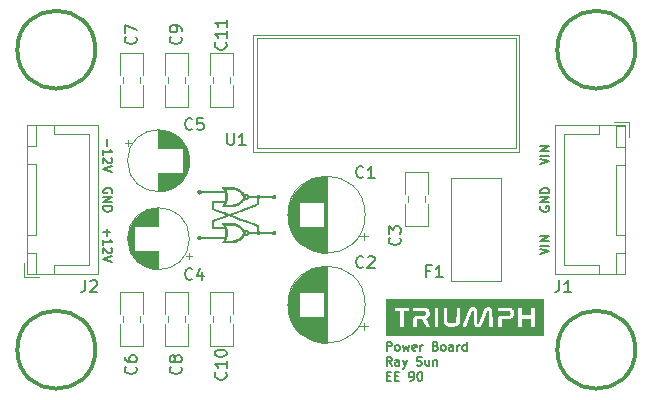
<source format=gto>
G04 #@! TF.GenerationSoftware,KiCad,Pcbnew,(5.1.2)-1*
G04 #@! TF.CreationDate,2019-05-14T16:25:52-07:00*
G04 #@! TF.ProjectId,triumph_power,74726975-6d70-4685-9f70-6f7765722e6b,A*
G04 #@! TF.SameCoordinates,Original*
G04 #@! TF.FileFunction,Legend,Top*
G04 #@! TF.FilePolarity,Positive*
%FSLAX46Y46*%
G04 Gerber Fmt 4.6, Leading zero omitted, Abs format (unit mm)*
G04 Created by KiCad (PCBNEW (5.1.2)-1) date 2019-05-14 16:25:52*
%MOMM*%
%LPD*%
G04 APERTURE LIST*
%ADD10C,0.150000*%
%ADD11C,0.300000*%
%ADD12C,0.010000*%
%ADD13C,0.120000*%
G04 APERTURE END LIST*
D10*
X167991285Y-113851428D02*
X168741285Y-113601428D01*
X167991285Y-113351428D01*
X168741285Y-113101428D02*
X167991285Y-113101428D01*
X168741285Y-112744285D02*
X167991285Y-112744285D01*
X168741285Y-112315714D01*
X167991285Y-112315714D01*
X167991285Y-106231428D02*
X168741285Y-105981428D01*
X167991285Y-105731428D01*
X168741285Y-105481428D02*
X167991285Y-105481428D01*
X168741285Y-105124285D02*
X167991285Y-105124285D01*
X168741285Y-104695714D01*
X167991285Y-104695714D01*
X168027000Y-109791428D02*
X167991285Y-109862857D01*
X167991285Y-109970000D01*
X168027000Y-110077142D01*
X168098428Y-110148571D01*
X168169857Y-110184285D01*
X168312714Y-110220000D01*
X168419857Y-110220000D01*
X168562714Y-110184285D01*
X168634142Y-110148571D01*
X168705571Y-110077142D01*
X168741285Y-109970000D01*
X168741285Y-109898571D01*
X168705571Y-109791428D01*
X168669857Y-109755714D01*
X168419857Y-109755714D01*
X168419857Y-109898571D01*
X168741285Y-109434285D02*
X167991285Y-109434285D01*
X168741285Y-109005714D01*
X167991285Y-109005714D01*
X168741285Y-108648571D02*
X167991285Y-108648571D01*
X167991285Y-108470000D01*
X168027000Y-108362857D01*
X168098428Y-108291428D01*
X168169857Y-108255714D01*
X168312714Y-108220000D01*
X168419857Y-108220000D01*
X168562714Y-108255714D01*
X168634142Y-108291428D01*
X168705571Y-108362857D01*
X168741285Y-108470000D01*
X168741285Y-108648571D01*
X131693000Y-108648571D02*
X131728714Y-108577142D01*
X131728714Y-108470000D01*
X131693000Y-108362857D01*
X131621571Y-108291428D01*
X131550142Y-108255714D01*
X131407285Y-108220000D01*
X131300142Y-108220000D01*
X131157285Y-108255714D01*
X131085857Y-108291428D01*
X131014428Y-108362857D01*
X130978714Y-108470000D01*
X130978714Y-108541428D01*
X131014428Y-108648571D01*
X131050142Y-108684285D01*
X131300142Y-108684285D01*
X131300142Y-108541428D01*
X130978714Y-109005714D02*
X131728714Y-109005714D01*
X130978714Y-109434285D01*
X131728714Y-109434285D01*
X130978714Y-109791428D02*
X131728714Y-109791428D01*
X131728714Y-109970000D01*
X131693000Y-110077142D01*
X131621571Y-110148571D01*
X131550142Y-110184285D01*
X131407285Y-110220000D01*
X131300142Y-110220000D01*
X131157285Y-110184285D01*
X131085857Y-110148571D01*
X131014428Y-110077142D01*
X130978714Y-109970000D01*
X130978714Y-109791428D01*
X131264428Y-111708571D02*
X131264428Y-112280000D01*
X130978714Y-111994285D02*
X131550142Y-111994285D01*
X130978714Y-113030000D02*
X130978714Y-112601428D01*
X130978714Y-112815714D02*
X131728714Y-112815714D01*
X131621571Y-112744285D01*
X131550142Y-112672857D01*
X131514428Y-112601428D01*
X131657285Y-113315714D02*
X131693000Y-113351428D01*
X131728714Y-113422857D01*
X131728714Y-113601428D01*
X131693000Y-113672857D01*
X131657285Y-113708571D01*
X131585857Y-113744285D01*
X131514428Y-113744285D01*
X131407285Y-113708571D01*
X130978714Y-113280000D01*
X130978714Y-113744285D01*
X131728714Y-113958571D02*
X130978714Y-114208571D01*
X131728714Y-114458571D01*
X131264428Y-104088571D02*
X131264428Y-104660000D01*
X130978714Y-105410000D02*
X130978714Y-104981428D01*
X130978714Y-105195714D02*
X131728714Y-105195714D01*
X131621571Y-105124285D01*
X131550142Y-105052857D01*
X131514428Y-104981428D01*
X131657285Y-105695714D02*
X131693000Y-105731428D01*
X131728714Y-105802857D01*
X131728714Y-105981428D01*
X131693000Y-106052857D01*
X131657285Y-106088571D01*
X131585857Y-106124285D01*
X131514428Y-106124285D01*
X131407285Y-106088571D01*
X130978714Y-105660000D01*
X130978714Y-106124285D01*
X131728714Y-106338571D02*
X130978714Y-106588571D01*
X131728714Y-106838571D01*
X154962071Y-122000285D02*
X154962071Y-121250285D01*
X155247785Y-121250285D01*
X155319214Y-121286000D01*
X155354928Y-121321714D01*
X155390642Y-121393142D01*
X155390642Y-121500285D01*
X155354928Y-121571714D01*
X155319214Y-121607428D01*
X155247785Y-121643142D01*
X154962071Y-121643142D01*
X155819214Y-122000285D02*
X155747785Y-121964571D01*
X155712071Y-121928857D01*
X155676357Y-121857428D01*
X155676357Y-121643142D01*
X155712071Y-121571714D01*
X155747785Y-121536000D01*
X155819214Y-121500285D01*
X155926357Y-121500285D01*
X155997785Y-121536000D01*
X156033500Y-121571714D01*
X156069214Y-121643142D01*
X156069214Y-121857428D01*
X156033500Y-121928857D01*
X155997785Y-121964571D01*
X155926357Y-122000285D01*
X155819214Y-122000285D01*
X156319214Y-121500285D02*
X156462071Y-122000285D01*
X156604928Y-121643142D01*
X156747785Y-122000285D01*
X156890642Y-121500285D01*
X157462071Y-121964571D02*
X157390642Y-122000285D01*
X157247785Y-122000285D01*
X157176357Y-121964571D01*
X157140642Y-121893142D01*
X157140642Y-121607428D01*
X157176357Y-121536000D01*
X157247785Y-121500285D01*
X157390642Y-121500285D01*
X157462071Y-121536000D01*
X157497785Y-121607428D01*
X157497785Y-121678857D01*
X157140642Y-121750285D01*
X157819214Y-122000285D02*
X157819214Y-121500285D01*
X157819214Y-121643142D02*
X157854928Y-121571714D01*
X157890642Y-121536000D01*
X157962071Y-121500285D01*
X158033500Y-121500285D01*
X159104928Y-121607428D02*
X159212071Y-121643142D01*
X159247785Y-121678857D01*
X159283500Y-121750285D01*
X159283500Y-121857428D01*
X159247785Y-121928857D01*
X159212071Y-121964571D01*
X159140642Y-122000285D01*
X158854928Y-122000285D01*
X158854928Y-121250285D01*
X159104928Y-121250285D01*
X159176357Y-121286000D01*
X159212071Y-121321714D01*
X159247785Y-121393142D01*
X159247785Y-121464571D01*
X159212071Y-121536000D01*
X159176357Y-121571714D01*
X159104928Y-121607428D01*
X158854928Y-121607428D01*
X159712071Y-122000285D02*
X159640642Y-121964571D01*
X159604928Y-121928857D01*
X159569214Y-121857428D01*
X159569214Y-121643142D01*
X159604928Y-121571714D01*
X159640642Y-121536000D01*
X159712071Y-121500285D01*
X159819214Y-121500285D01*
X159890642Y-121536000D01*
X159926357Y-121571714D01*
X159962071Y-121643142D01*
X159962071Y-121857428D01*
X159926357Y-121928857D01*
X159890642Y-121964571D01*
X159819214Y-122000285D01*
X159712071Y-122000285D01*
X160604928Y-122000285D02*
X160604928Y-121607428D01*
X160569214Y-121536000D01*
X160497785Y-121500285D01*
X160354928Y-121500285D01*
X160283500Y-121536000D01*
X160604928Y-121964571D02*
X160533500Y-122000285D01*
X160354928Y-122000285D01*
X160283500Y-121964571D01*
X160247785Y-121893142D01*
X160247785Y-121821714D01*
X160283500Y-121750285D01*
X160354928Y-121714571D01*
X160533500Y-121714571D01*
X160604928Y-121678857D01*
X160962071Y-122000285D02*
X160962071Y-121500285D01*
X160962071Y-121643142D02*
X160997785Y-121571714D01*
X161033500Y-121536000D01*
X161104928Y-121500285D01*
X161176357Y-121500285D01*
X161747785Y-122000285D02*
X161747785Y-121250285D01*
X161747785Y-121964571D02*
X161676357Y-122000285D01*
X161533500Y-122000285D01*
X161462071Y-121964571D01*
X161426357Y-121928857D01*
X161390642Y-121857428D01*
X161390642Y-121643142D01*
X161426357Y-121571714D01*
X161462071Y-121536000D01*
X161533500Y-121500285D01*
X161676357Y-121500285D01*
X161747785Y-121536000D01*
X155390642Y-123275285D02*
X155140642Y-122918142D01*
X154962071Y-123275285D02*
X154962071Y-122525285D01*
X155247785Y-122525285D01*
X155319214Y-122561000D01*
X155354928Y-122596714D01*
X155390642Y-122668142D01*
X155390642Y-122775285D01*
X155354928Y-122846714D01*
X155319214Y-122882428D01*
X155247785Y-122918142D01*
X154962071Y-122918142D01*
X156033500Y-123275285D02*
X156033500Y-122882428D01*
X155997785Y-122811000D01*
X155926357Y-122775285D01*
X155783500Y-122775285D01*
X155712071Y-122811000D01*
X156033500Y-123239571D02*
X155962071Y-123275285D01*
X155783500Y-123275285D01*
X155712071Y-123239571D01*
X155676357Y-123168142D01*
X155676357Y-123096714D01*
X155712071Y-123025285D01*
X155783500Y-122989571D01*
X155962071Y-122989571D01*
X156033500Y-122953857D01*
X156319214Y-122775285D02*
X156497785Y-123275285D01*
X156676357Y-122775285D02*
X156497785Y-123275285D01*
X156426357Y-123453857D01*
X156390642Y-123489571D01*
X156319214Y-123525285D01*
X157497785Y-123239571D02*
X157604928Y-123275285D01*
X157783500Y-123275285D01*
X157854928Y-123239571D01*
X157890642Y-123203857D01*
X157926357Y-123132428D01*
X157926357Y-123061000D01*
X157890642Y-122989571D01*
X157854928Y-122953857D01*
X157783500Y-122918142D01*
X157640642Y-122882428D01*
X157569214Y-122846714D01*
X157533500Y-122811000D01*
X157497785Y-122739571D01*
X157497785Y-122668142D01*
X157533500Y-122596714D01*
X157569214Y-122561000D01*
X157640642Y-122525285D01*
X157819214Y-122525285D01*
X157926357Y-122561000D01*
X158569214Y-122775285D02*
X158569214Y-123275285D01*
X158247785Y-122775285D02*
X158247785Y-123168142D01*
X158283500Y-123239571D01*
X158354928Y-123275285D01*
X158462071Y-123275285D01*
X158533500Y-123239571D01*
X158569214Y-123203857D01*
X158926357Y-122775285D02*
X158926357Y-123275285D01*
X158926357Y-122846714D02*
X158962071Y-122811000D01*
X159033500Y-122775285D01*
X159140642Y-122775285D01*
X159212071Y-122811000D01*
X159247785Y-122882428D01*
X159247785Y-123275285D01*
X154962071Y-124157428D02*
X155212071Y-124157428D01*
X155319214Y-124550285D02*
X154962071Y-124550285D01*
X154962071Y-123800285D01*
X155319214Y-123800285D01*
X155640642Y-124157428D02*
X155890642Y-124157428D01*
X155997785Y-124550285D02*
X155640642Y-124550285D01*
X155640642Y-123800285D01*
X155997785Y-123800285D01*
X156926357Y-124550285D02*
X157069214Y-124550285D01*
X157140642Y-124514571D01*
X157176357Y-124478857D01*
X157247785Y-124371714D01*
X157283500Y-124228857D01*
X157283500Y-123943142D01*
X157247785Y-123871714D01*
X157212071Y-123836000D01*
X157140642Y-123800285D01*
X156997785Y-123800285D01*
X156926357Y-123836000D01*
X156890642Y-123871714D01*
X156854928Y-123943142D01*
X156854928Y-124121714D01*
X156890642Y-124193142D01*
X156926357Y-124228857D01*
X156997785Y-124264571D01*
X157140642Y-124264571D01*
X157212071Y-124228857D01*
X157247785Y-124193142D01*
X157283500Y-124121714D01*
X157747785Y-123800285D02*
X157819214Y-123800285D01*
X157890642Y-123836000D01*
X157926357Y-123871714D01*
X157962071Y-123943142D01*
X157997785Y-124086000D01*
X157997785Y-124264571D01*
X157962071Y-124407428D01*
X157926357Y-124478857D01*
X157890642Y-124514571D01*
X157819214Y-124550285D01*
X157747785Y-124550285D01*
X157676357Y-124514571D01*
X157640642Y-124478857D01*
X157604928Y-124407428D01*
X157569214Y-124264571D01*
X157569214Y-124086000D01*
X157604928Y-123943142D01*
X157640642Y-123871714D01*
X157676357Y-123836000D01*
X157747785Y-123800285D01*
D11*
X176020000Y-121920000D02*
G75*
G03X176020000Y-121920000I-3300000J0D01*
G01*
X176020000Y-96520000D02*
G75*
G03X176020000Y-96520000I-3300000J0D01*
G01*
X130300000Y-121920000D02*
G75*
G03X130300000Y-121920000I-3300000J0D01*
G01*
X130300000Y-96520000D02*
G75*
G03X130300000Y-96520000I-3300000J0D01*
G01*
D12*
G36*
X141274367Y-108154297D02*
G01*
X141341247Y-108154439D01*
X141412770Y-108154700D01*
X141473237Y-108154999D01*
X141563631Y-108155503D01*
X141642421Y-108156001D01*
X141710705Y-108156570D01*
X141769579Y-108157288D01*
X141820139Y-108158232D01*
X141863482Y-108159480D01*
X141900704Y-108161109D01*
X141932902Y-108163195D01*
X141961172Y-108165818D01*
X141986610Y-108169053D01*
X142010315Y-108172978D01*
X142033381Y-108177671D01*
X142056905Y-108183210D01*
X142081984Y-108189670D01*
X142109714Y-108197131D01*
X142123511Y-108200878D01*
X142237280Y-108238096D01*
X142348906Y-108286988D01*
X142456783Y-108346541D01*
X142559305Y-108415740D01*
X142654866Y-108493572D01*
X142741858Y-108579022D01*
X142767050Y-108607147D01*
X142791900Y-108636650D01*
X142819677Y-108671036D01*
X142847958Y-108707178D01*
X142874320Y-108741951D01*
X142896342Y-108772228D01*
X142906981Y-108787716D01*
X142916738Y-108802440D01*
X142951431Y-108784207D01*
X142971845Y-108774613D01*
X142991396Y-108768683D01*
X143014797Y-108765354D01*
X143042140Y-108763738D01*
X143070237Y-108762987D01*
X143090247Y-108763983D01*
X143106751Y-108767565D01*
X143124327Y-108774572D01*
X143138643Y-108781434D01*
X143178844Y-108806950D01*
X143212053Y-108839565D01*
X143235873Y-108876734D01*
X143241710Y-108890801D01*
X143252630Y-108921550D01*
X143601977Y-108921161D01*
X143951325Y-108920773D01*
X143970375Y-108894801D01*
X143993669Y-108868878D01*
X144019307Y-108853377D01*
X144050499Y-108846833D01*
X144075850Y-108846719D01*
X144102078Y-108849140D01*
X144120757Y-108854234D01*
X144136989Y-108863547D01*
X144140944Y-108866473D01*
X144157733Y-108881841D01*
X144171189Y-108898493D01*
X144173744Y-108902828D01*
X144183426Y-108921550D01*
X145254873Y-108921550D01*
X145258647Y-108906510D01*
X145265136Y-108893801D01*
X145277846Y-108877000D01*
X145288714Y-108865179D01*
X145321219Y-108840284D01*
X145356183Y-108826422D01*
X145391979Y-108822636D01*
X145426977Y-108827965D01*
X145459548Y-108841452D01*
X145488062Y-108862138D01*
X145510892Y-108889064D01*
X145526408Y-108921271D01*
X145532980Y-108957801D01*
X145528981Y-108997695D01*
X145526948Y-109005383D01*
X145510376Y-109042030D01*
X145485339Y-109071538D01*
X145454004Y-109093134D01*
X145418538Y-109106044D01*
X145381110Y-109109494D01*
X145343887Y-109102712D01*
X145309037Y-109084922D01*
X145307411Y-109083741D01*
X145290199Y-109068681D01*
X145274109Y-109050707D01*
X145261902Y-109033326D01*
X145256341Y-109020049D01*
X145256250Y-109018741D01*
X145254265Y-109017231D01*
X145247838Y-109015908D01*
X145236258Y-109014760D01*
X145218813Y-109013777D01*
X145194794Y-109012948D01*
X145163489Y-109012261D01*
X145124187Y-109011707D01*
X145076178Y-109011273D01*
X145018751Y-109010950D01*
X144951195Y-109010725D01*
X144872800Y-109010589D01*
X144782854Y-109010531D01*
X144721262Y-109010528D01*
X144186275Y-109010607D01*
X144171952Y-109032718D01*
X144156456Y-109051416D01*
X144137619Y-109067736D01*
X144135518Y-109069152D01*
X144113407Y-109083475D01*
X144113328Y-109343860D01*
X144113250Y-109604246D01*
X143854487Y-109699780D01*
X143818452Y-109713080D01*
X143771391Y-109730443D01*
X143714198Y-109751539D01*
X143647763Y-109776041D01*
X143572979Y-109803618D01*
X143490737Y-109833943D01*
X143401930Y-109866686D01*
X143307448Y-109901520D01*
X143208183Y-109938114D01*
X143105029Y-109976140D01*
X142998875Y-110015270D01*
X142890614Y-110055175D01*
X142781138Y-110095525D01*
X142671339Y-110135993D01*
X142657564Y-110141069D01*
X142552810Y-110179696D01*
X142451342Y-110217151D01*
X142353795Y-110253196D01*
X142260805Y-110287596D01*
X142173009Y-110320114D01*
X142091042Y-110350514D01*
X142015539Y-110378559D01*
X141947138Y-110404013D01*
X141886473Y-110426638D01*
X141834181Y-110446199D01*
X141790898Y-110462459D01*
X141757258Y-110475181D01*
X141733899Y-110484129D01*
X141721456Y-110489067D01*
X141719491Y-110490000D01*
X141725353Y-110492518D01*
X141742481Y-110499171D01*
X141770219Y-110509716D01*
X141807913Y-110523908D01*
X141854907Y-110541504D01*
X141910546Y-110562260D01*
X141974174Y-110585933D01*
X142045136Y-110612280D01*
X142122777Y-110641057D01*
X142206441Y-110672020D01*
X142295473Y-110704926D01*
X142389218Y-110739532D01*
X142487020Y-110775593D01*
X142588224Y-110812867D01*
X142603676Y-110818554D01*
X142711745Y-110858330D01*
X142820513Y-110898368D01*
X142928977Y-110938298D01*
X143036134Y-110977752D01*
X143140982Y-111016360D01*
X143242518Y-111053752D01*
X143339739Y-111089560D01*
X143431644Y-111123415D01*
X143517228Y-111154946D01*
X143595490Y-111183784D01*
X143665427Y-111209561D01*
X143726036Y-111231907D01*
X143776315Y-111250453D01*
X143800512Y-111259383D01*
X144113250Y-111374832D01*
X144113328Y-111635678D01*
X144113407Y-111896525D01*
X144135958Y-111911136D01*
X144154236Y-111926421D01*
X144169704Y-111944893D01*
X144171432Y-111947649D01*
X144184354Y-111969550D01*
X145254873Y-111969550D01*
X145258647Y-111954510D01*
X145265136Y-111941801D01*
X145277846Y-111925000D01*
X145288714Y-111913179D01*
X145321219Y-111888284D01*
X145356183Y-111874422D01*
X145391979Y-111870636D01*
X145426977Y-111875965D01*
X145459548Y-111889452D01*
X145488062Y-111910138D01*
X145510892Y-111937064D01*
X145526408Y-111969271D01*
X145532980Y-112005801D01*
X145528981Y-112045695D01*
X145526948Y-112053383D01*
X145510376Y-112090030D01*
X145485339Y-112119538D01*
X145454004Y-112141134D01*
X145418538Y-112154044D01*
X145381110Y-112157494D01*
X145343887Y-112150712D01*
X145309037Y-112132922D01*
X145307411Y-112131741D01*
X145290199Y-112116681D01*
X145274109Y-112098707D01*
X145261902Y-112081326D01*
X145256341Y-112068049D01*
X145256249Y-112066741D01*
X145254270Y-112065232D01*
X145247856Y-112063913D01*
X145236298Y-112062772D01*
X145218884Y-112061799D01*
X145194903Y-112060984D01*
X145163644Y-112060316D01*
X145124395Y-112059784D01*
X145076445Y-112059378D01*
X145019084Y-112059088D01*
X144951599Y-112058902D01*
X144873280Y-112058811D01*
X144783416Y-112058804D01*
X144721262Y-112058838D01*
X144186275Y-112059226D01*
X144167225Y-112085198D01*
X144141190Y-112112618D01*
X144110722Y-112128728D01*
X144073717Y-112134585D01*
X144068800Y-112134650D01*
X144030881Y-112129937D01*
X143999747Y-112115097D01*
X143973297Y-112089073D01*
X143970375Y-112085198D01*
X143951325Y-112059226D01*
X143598802Y-112058838D01*
X143246280Y-112058450D01*
X143234758Y-112090891D01*
X143215348Y-112128222D01*
X143185969Y-112162177D01*
X143149341Y-112189886D01*
X143132175Y-112199102D01*
X143109364Y-112208863D01*
X143088879Y-112214390D01*
X143065255Y-112216787D01*
X143042582Y-112217194D01*
X143014044Y-112216518D01*
X142992933Y-112213739D01*
X142974015Y-112207739D01*
X142953682Y-112198230D01*
X142934069Y-112188546D01*
X142919182Y-112181682D01*
X142912444Y-112179180D01*
X142907397Y-112184055D01*
X142897364Y-112197087D01*
X142884245Y-112215761D01*
X142880076Y-112221962D01*
X142827236Y-112294956D01*
X142765793Y-112368964D01*
X142698983Y-112440391D01*
X142630038Y-112505646D01*
X142606608Y-112525853D01*
X142506636Y-112602186D01*
X142401517Y-112667385D01*
X142290553Y-112721777D01*
X142173048Y-112765689D01*
X142048304Y-112799448D01*
X142001875Y-112809104D01*
X141988010Y-112811677D01*
X141974362Y-112813909D01*
X141959930Y-112815831D01*
X141943712Y-112817471D01*
X141924706Y-112818862D01*
X141901912Y-112820032D01*
X141874327Y-112821011D01*
X141840950Y-112821831D01*
X141800780Y-112822520D01*
X141752816Y-112823110D01*
X141696055Y-112823629D01*
X141629496Y-112824109D01*
X141552138Y-112824580D01*
X141472649Y-112825019D01*
X141383116Y-112825466D01*
X141305521Y-112825771D01*
X141239100Y-112825924D01*
X141183092Y-112825915D01*
X141136735Y-112825734D01*
X141099266Y-112825373D01*
X141069922Y-112824820D01*
X141047942Y-112824066D01*
X141032564Y-112823102D01*
X141023025Y-112821918D01*
X141018563Y-112820503D01*
X141018132Y-112819207D01*
X141024112Y-112810930D01*
X141036181Y-112795507D01*
X141052285Y-112775535D01*
X141062327Y-112763300D01*
X141109899Y-112699800D01*
X141262870Y-112699800D01*
X141552997Y-112699676D01*
X141632189Y-112699511D01*
X141699743Y-112699074D01*
X141756715Y-112698336D01*
X141804166Y-112697271D01*
X141843153Y-112695852D01*
X141874734Y-112694051D01*
X141899970Y-112691843D01*
X141910665Y-112690560D01*
X142032230Y-112668243D01*
X142148603Y-112634374D01*
X142259646Y-112589011D01*
X142365219Y-112532210D01*
X142460443Y-112467613D01*
X142498366Y-112436958D01*
X142540884Y-112399075D01*
X142584984Y-112356906D01*
X142627656Y-112313394D01*
X142665888Y-112271482D01*
X142687819Y-112245391D01*
X142713252Y-112212633D01*
X142739052Y-112177386D01*
X142764063Y-112141441D01*
X142787132Y-112106592D01*
X142807104Y-112074629D01*
X142822826Y-112047347D01*
X142833142Y-112026536D01*
X142836899Y-112013990D01*
X142836900Y-112013897D01*
X142833167Y-112001191D01*
X142832995Y-112000844D01*
X142927884Y-112000844D01*
X142928925Y-112034375D01*
X142939273Y-112065229D01*
X142957344Y-112091931D01*
X142981552Y-112113005D01*
X143010312Y-112126978D01*
X143042039Y-112132373D01*
X143075148Y-112127715D01*
X143099719Y-112116863D01*
X143115106Y-112105151D01*
X143132022Y-112088462D01*
X143137851Y-112081673D01*
X143148687Y-112066867D01*
X143154636Y-112053251D01*
X143157122Y-112035977D01*
X143157575Y-112014503D01*
X143156839Y-111989717D01*
X143153742Y-111972697D01*
X143146947Y-111958553D01*
X143139376Y-111947877D01*
X143111447Y-111920066D01*
X143079683Y-111902903D01*
X143046159Y-111896202D01*
X143012948Y-111899774D01*
X142982124Y-111913433D01*
X142955760Y-111936990D01*
X142937735Y-111966112D01*
X142927884Y-112000844D01*
X142832995Y-112000844D01*
X142822386Y-111979499D01*
X142805178Y-111949956D01*
X142782165Y-111913699D01*
X142780945Y-111911839D01*
X142702524Y-111802300D01*
X142618541Y-111703858D01*
X142529148Y-111616629D01*
X142434495Y-111540727D01*
X142334734Y-111476268D01*
X142230017Y-111423367D01*
X142120494Y-111382140D01*
X142063950Y-111365932D01*
X142030503Y-111357618D01*
X141999003Y-111350602D01*
X141968002Y-111344778D01*
X141936052Y-111340038D01*
X141901704Y-111336275D01*
X141863509Y-111333381D01*
X141820020Y-111331250D01*
X141769787Y-111329773D01*
X141711363Y-111328845D01*
X141643299Y-111328356D01*
X141564146Y-111328201D01*
X141554575Y-111328200D01*
X141263501Y-111328200D01*
X141303429Y-111405987D01*
X141356867Y-111523638D01*
X141398477Y-111644840D01*
X141428176Y-111768698D01*
X141445882Y-111894318D01*
X141451513Y-112020807D01*
X141444986Y-112147269D01*
X141426220Y-112272810D01*
X141395132Y-112396537D01*
X141394633Y-112398175D01*
X141376154Y-112453897D01*
X141354418Y-112511719D01*
X141331012Y-112567786D01*
X141307528Y-112618244D01*
X141290538Y-112650587D01*
X141262870Y-112699800D01*
X141109899Y-112699800D01*
X141112668Y-112696105D01*
X141160265Y-112620543D01*
X141202534Y-112540945D01*
X141226109Y-112488662D01*
X141236051Y-112464850D01*
X140229900Y-112464850D01*
X140094186Y-112464865D01*
X139970649Y-112464915D01*
X139858769Y-112465003D01*
X139758023Y-112465134D01*
X139667889Y-112465312D01*
X139587845Y-112465541D01*
X139517370Y-112465826D01*
X139455941Y-112466170D01*
X139403036Y-112466579D01*
X139358134Y-112467057D01*
X139320713Y-112467607D01*
X139290250Y-112468234D01*
X139266224Y-112468943D01*
X139248113Y-112469738D01*
X139235394Y-112470622D01*
X139227547Y-112471601D01*
X139224048Y-112472678D01*
X139223750Y-112473141D01*
X139219317Y-112485580D01*
X139207859Y-112502605D01*
X139192139Y-112520706D01*
X139174918Y-112536374D01*
X139172588Y-112538141D01*
X139137912Y-112556496D01*
X139100755Y-112563806D01*
X139063286Y-112560844D01*
X139027673Y-112548384D01*
X138996082Y-112527200D01*
X138970682Y-112498066D01*
X138953640Y-112461754D01*
X138953051Y-112459783D01*
X138946913Y-112419371D01*
X138951649Y-112382145D01*
X138965630Y-112349064D01*
X138987227Y-112321087D01*
X139014811Y-112299172D01*
X139046752Y-112284278D01*
X139081423Y-112277364D01*
X139117194Y-112279388D01*
X139152436Y-112291310D01*
X139185520Y-112314087D01*
X139191285Y-112319579D01*
X139206438Y-112336619D01*
X139217615Y-112352654D01*
X139221352Y-112360910D01*
X139225126Y-112375950D01*
X141267548Y-112375950D01*
X141278171Y-112339437D01*
X141297560Y-112259759D01*
X141311795Y-112173643D01*
X141320418Y-112085533D01*
X141322974Y-111999871D01*
X141320052Y-111932537D01*
X141313106Y-111867692D01*
X141303361Y-111802705D01*
X141291546Y-111741831D01*
X141278392Y-111689322D01*
X141278181Y-111688597D01*
X141267569Y-111652119D01*
X140166725Y-111648875D01*
X140165082Y-111308668D01*
X140163721Y-111026565D01*
X140252449Y-111026565D01*
X140252449Y-111294857D01*
X140252450Y-111563150D01*
X141236051Y-111563150D01*
X141226192Y-111539337D01*
X141212829Y-111509378D01*
X141195446Y-111473684D01*
X141175964Y-111435909D01*
X141156304Y-111399706D01*
X141138387Y-111368730D01*
X141127218Y-111351081D01*
X141111530Y-111328976D01*
X141090917Y-111301517D01*
X141068667Y-111273033D01*
X141056800Y-111258350D01*
X141012522Y-111204375D01*
X141427823Y-111202561D01*
X141514020Y-111202225D01*
X141588607Y-111202037D01*
X141652672Y-111202014D01*
X141707307Y-111202176D01*
X141753599Y-111202541D01*
X141792639Y-111203128D01*
X141825514Y-111203955D01*
X141853316Y-111205040D01*
X141877133Y-111206404D01*
X141898053Y-111208063D01*
X141917168Y-111210037D01*
X141925675Y-111211059D01*
X142053902Y-111233356D01*
X142177978Y-111267564D01*
X142297348Y-111313413D01*
X142411461Y-111370634D01*
X142519762Y-111438959D01*
X142621700Y-111518118D01*
X142694186Y-111584972D01*
X142736878Y-111629167D01*
X142779653Y-111676846D01*
X142820122Y-111725150D01*
X142855898Y-111771220D01*
X142884593Y-111812196D01*
X142886774Y-111815579D01*
X142898367Y-111832949D01*
X142907350Y-111845002D01*
X142911395Y-111848900D01*
X142918333Y-111846294D01*
X142933435Y-111839444D01*
X142953515Y-111829798D01*
X142954730Y-111829201D01*
X142975279Y-111819604D01*
X142991856Y-111813945D01*
X143009020Y-111811400D01*
X143031328Y-111811143D01*
X143050759Y-111811813D01*
X143083500Y-111814089D01*
X143108003Y-111818361D01*
X143128682Y-111825539D01*
X143137282Y-111829635D01*
X143170492Y-111851721D01*
X143200641Y-111881277D01*
X143224240Y-111914458D01*
X143234688Y-111936911D01*
X143246280Y-111969550D01*
X143598802Y-111969471D01*
X143951325Y-111969392D01*
X143965647Y-111947281D01*
X143981143Y-111928583D01*
X143999980Y-111912263D01*
X144002081Y-111910847D01*
X144024192Y-111896525D01*
X144024338Y-111432975D01*
X143800506Y-111350782D01*
X143769446Y-111339371D01*
X143727284Y-111323871D01*
X143674838Y-111304583D01*
X143612926Y-111281808D01*
X143542362Y-111255847D01*
X143463965Y-111227000D01*
X143378551Y-111195568D01*
X143286936Y-111161851D01*
X143189938Y-111126149D01*
X143088373Y-111088765D01*
X142983059Y-111049997D01*
X142874810Y-111010147D01*
X142764446Y-110969515D01*
X142652781Y-110928402D01*
X142581732Y-110902242D01*
X141586790Y-110535894D01*
X141178382Y-110686221D01*
X141100280Y-110714965D01*
X141018449Y-110745075D01*
X140934865Y-110775822D01*
X140851505Y-110806482D01*
X140770345Y-110836326D01*
X140693363Y-110864628D01*
X140622533Y-110890662D01*
X140559834Y-110913699D01*
X140511212Y-110931557D01*
X140252449Y-111026565D01*
X140163721Y-111026565D01*
X140163440Y-110968462D01*
X140485757Y-110849479D01*
X140561737Y-110821438D01*
X140646464Y-110790179D01*
X140736779Y-110756870D01*
X140829521Y-110722673D01*
X140921530Y-110688755D01*
X141009647Y-110656281D01*
X141090710Y-110626415D01*
X141130298Y-110611835D01*
X141191044Y-110589405D01*
X141248053Y-110568238D01*
X141300242Y-110548744D01*
X141346522Y-110531336D01*
X141385809Y-110516425D01*
X141417015Y-110504421D01*
X141439055Y-110495737D01*
X141450842Y-110490783D01*
X141452561Y-110489804D01*
X141446783Y-110487048D01*
X141430142Y-110480321D01*
X141403697Y-110470023D01*
X141368508Y-110456557D01*
X141325633Y-110440323D01*
X141276134Y-110421724D01*
X141221070Y-110401161D01*
X141161499Y-110379036D01*
X141114462Y-110361645D01*
X141038509Y-110333614D01*
X140955178Y-110302859D01*
X140867297Y-110270424D01*
X140777694Y-110237353D01*
X140689196Y-110204688D01*
X140604631Y-110173475D01*
X140526827Y-110144756D01*
X140469883Y-110123736D01*
X140163441Y-110010616D01*
X140165083Y-109670870D01*
X140166310Y-109416850D01*
X140252450Y-109416850D01*
X140252574Y-109685137D01*
X140252699Y-109953425D01*
X140520862Y-110051567D01*
X140576937Y-110072104D01*
X140642851Y-110096268D01*
X140716525Y-110123297D01*
X140795882Y-110152427D01*
X140878844Y-110182895D01*
X140963332Y-110213937D01*
X141047268Y-110244792D01*
X141128573Y-110274695D01*
X141187942Y-110296541D01*
X141586860Y-110443372D01*
X142597642Y-110071134D01*
X142710222Y-110029677D01*
X142821804Y-109988596D01*
X142931593Y-109948182D01*
X143038799Y-109908725D01*
X143142630Y-109870518D01*
X143242293Y-109833850D01*
X143336996Y-109799014D01*
X143425947Y-109766302D01*
X143508354Y-109736003D01*
X143583425Y-109708411D01*
X143650368Y-109683815D01*
X143708390Y-109662507D01*
X143756701Y-109644779D01*
X143794506Y-109630922D01*
X143816269Y-109622960D01*
X144024113Y-109547025D01*
X144024153Y-109315250D01*
X144024192Y-109083475D01*
X144002081Y-109069152D01*
X143983383Y-109053656D01*
X143967063Y-109034819D01*
X143965647Y-109032718D01*
X143951325Y-109010607D01*
X143601977Y-109010528D01*
X143252630Y-109010450D01*
X143241710Y-109041198D01*
X143221874Y-109079389D01*
X143191783Y-109113944D01*
X143153833Y-109142320D01*
X143138643Y-109150565D01*
X143117874Y-109160276D01*
X143101184Y-109166011D01*
X143083991Y-109168608D01*
X143061715Y-109168908D01*
X143042140Y-109168261D01*
X143011504Y-109166335D01*
X142988842Y-109162739D01*
X142969440Y-109156410D01*
X142951431Y-109147792D01*
X142916738Y-109129559D01*
X142906981Y-109144371D01*
X142863626Y-109205689D01*
X142813158Y-109269480D01*
X142757919Y-109333204D01*
X142700251Y-109394322D01*
X142642495Y-109450292D01*
X142586993Y-109498575D01*
X142563320Y-109517161D01*
X142456835Y-109589717D01*
X142344443Y-109651040D01*
X142226117Y-109701141D01*
X142101831Y-109740031D01*
X142008225Y-109761177D01*
X141994330Y-109763738D01*
X141980619Y-109765960D01*
X141966090Y-109767873D01*
X141949741Y-109769507D01*
X141930568Y-109770892D01*
X141907569Y-109772057D01*
X141879743Y-109773033D01*
X141846086Y-109773850D01*
X141805596Y-109774538D01*
X141757270Y-109775127D01*
X141700106Y-109775647D01*
X141633102Y-109776128D01*
X141555255Y-109776600D01*
X141479587Y-109777017D01*
X141404516Y-109777372D01*
X141333268Y-109777614D01*
X141266841Y-109777744D01*
X141206238Y-109777767D01*
X141152457Y-109777683D01*
X141106499Y-109777496D01*
X141069364Y-109777208D01*
X141042052Y-109776822D01*
X141025563Y-109776340D01*
X141020800Y-109775842D01*
X141024574Y-109769820D01*
X141034905Y-109755920D01*
X141050300Y-109736087D01*
X141069270Y-109712268D01*
X141073331Y-109707235D01*
X141096822Y-109677005D01*
X141120585Y-109644414D01*
X141141654Y-109613639D01*
X141155552Y-109591475D01*
X141170231Y-109565349D01*
X141185841Y-109535891D01*
X141201207Y-109505530D01*
X141215152Y-109476697D01*
X141226499Y-109451822D01*
X141234072Y-109433334D01*
X141236700Y-109423851D01*
X141232587Y-109422445D01*
X141219943Y-109421214D01*
X141198312Y-109420150D01*
X141167236Y-109419247D01*
X141126258Y-109418499D01*
X141074920Y-109417899D01*
X141012766Y-109417441D01*
X140939337Y-109417117D01*
X140854177Y-109416923D01*
X140756829Y-109416850D01*
X140252450Y-109416850D01*
X140166310Y-109416850D01*
X140166725Y-109331125D01*
X140720076Y-109329502D01*
X141273427Y-109327880D01*
X141286500Y-109278702D01*
X141297762Y-109234895D01*
X141306429Y-109196876D01*
X141312829Y-109161783D01*
X141317292Y-109126756D01*
X141320144Y-109088933D01*
X141321716Y-109045452D01*
X141322334Y-108993453D01*
X141322389Y-108966000D01*
X141322098Y-108909143D01*
X141321004Y-108862116D01*
X141318779Y-108822057D01*
X141315095Y-108786104D01*
X141309623Y-108751396D01*
X141302035Y-108715072D01*
X141292003Y-108674269D01*
X141286491Y-108653262D01*
X141273408Y-108604050D01*
X139225126Y-108604050D01*
X139221352Y-108619089D01*
X139214863Y-108631798D01*
X139202153Y-108648599D01*
X139191285Y-108660420D01*
X139158780Y-108685315D01*
X139123816Y-108699177D01*
X139088020Y-108702963D01*
X139053022Y-108697634D01*
X139020451Y-108684147D01*
X138991937Y-108663461D01*
X138969107Y-108636535D01*
X138953591Y-108604328D01*
X138947019Y-108567798D01*
X138951018Y-108527904D01*
X138953051Y-108520216D01*
X138969623Y-108483569D01*
X138994660Y-108454061D01*
X139025995Y-108432465D01*
X139061461Y-108419555D01*
X139098889Y-108416105D01*
X139136112Y-108422887D01*
X139170962Y-108440677D01*
X139172588Y-108441858D01*
X139189800Y-108456918D01*
X139205890Y-108474892D01*
X139218097Y-108492273D01*
X139223658Y-108505550D01*
X139223750Y-108506858D01*
X139225645Y-108507975D01*
X139231677Y-108508992D01*
X139242369Y-108509912D01*
X139258241Y-108510742D01*
X139279813Y-108511484D01*
X139307608Y-108512143D01*
X139342147Y-108512724D01*
X139383949Y-108513230D01*
X139433538Y-108513666D01*
X139491433Y-108514037D01*
X139558156Y-108514346D01*
X139634228Y-108514597D01*
X139720171Y-108514796D01*
X139816504Y-108514946D01*
X139923750Y-108515052D01*
X140042430Y-108515117D01*
X140173064Y-108515147D01*
X140233050Y-108515150D01*
X141242351Y-108515150D01*
X141226825Y-108480043D01*
X141192082Y-108406631D01*
X141156163Y-108341833D01*
X141116640Y-108281629D01*
X141115549Y-108280200D01*
X141268617Y-108280200D01*
X141299946Y-108338937D01*
X141344820Y-108432803D01*
X141383908Y-108534376D01*
X141415666Y-108639393D01*
X141429245Y-108696125D01*
X141441987Y-108765960D01*
X141450213Y-108838215D01*
X141454273Y-108916627D01*
X141454854Y-108969175D01*
X141449587Y-109093589D01*
X141433947Y-109212134D01*
X141407439Y-109326888D01*
X141369571Y-109439928D01*
X141319848Y-109553333D01*
X141312763Y-109567662D01*
X141270648Y-109651800D01*
X141553711Y-109651747D01*
X141614905Y-109651588D01*
X141674187Y-109651154D01*
X141729919Y-109650476D01*
X141780460Y-109649587D01*
X141824173Y-109648519D01*
X141859417Y-109647302D01*
X141884555Y-109645970D01*
X141893878Y-109645154D01*
X142015677Y-109625031D01*
X142132647Y-109593211D01*
X142244480Y-109549862D01*
X142350870Y-109495154D01*
X142451509Y-109429256D01*
X142546091Y-109352339D01*
X142634308Y-109264571D01*
X142681037Y-109210475D01*
X142714691Y-109168224D01*
X142746409Y-109126259D01*
X142775227Y-109086031D01*
X142800185Y-109048993D01*
X142820320Y-109016597D01*
X142834671Y-108990295D01*
X142841523Y-108973397D01*
X142932181Y-108973397D01*
X142939155Y-109006329D01*
X142955551Y-109036260D01*
X142980918Y-109060955D01*
X143012396Y-109077348D01*
X143033904Y-109084084D01*
X143050558Y-109085812D01*
X143069061Y-109082800D01*
X143079590Y-109080020D01*
X143111081Y-109065144D01*
X143137550Y-109040987D01*
X143156690Y-109010565D01*
X143166192Y-108976895D01*
X143166821Y-108966000D01*
X143161573Y-108935510D01*
X143147557Y-108904739D01*
X143127365Y-108879084D01*
X143123356Y-108875493D01*
X143103400Y-108862553D01*
X143079052Y-108851883D01*
X143056319Y-108845934D01*
X143049625Y-108845420D01*
X143027430Y-108849431D01*
X143001727Y-108859841D01*
X142978131Y-108874215D01*
X142972305Y-108878934D01*
X142948305Y-108907465D01*
X142935081Y-108939697D01*
X142932181Y-108973397D01*
X142841523Y-108973397D01*
X142842277Y-108971540D01*
X142843250Y-108965521D01*
X142839989Y-108955086D01*
X142831156Y-108936805D01*
X142818174Y-108913432D01*
X142805412Y-108892364D01*
X142729283Y-108781342D01*
X142647173Y-108680859D01*
X142559364Y-108591135D01*
X142466138Y-108512387D01*
X142367777Y-108444834D01*
X142264563Y-108388695D01*
X142156778Y-108344188D01*
X142061418Y-108315577D01*
X142029271Y-108307819D01*
X141998959Y-108301277D01*
X141969044Y-108295849D01*
X141938088Y-108291432D01*
X141904653Y-108287926D01*
X141867303Y-108285230D01*
X141824598Y-108283240D01*
X141775102Y-108281857D01*
X141717377Y-108280979D01*
X141649986Y-108280503D01*
X141571489Y-108280329D01*
X141562221Y-108280323D01*
X141268617Y-108280200D01*
X141115549Y-108280200D01*
X141071084Y-108221994D01*
X141070923Y-108221796D01*
X141051863Y-108198089D01*
X141036137Y-108177973D01*
X141025281Y-108163456D01*
X141020833Y-108156543D01*
X141020800Y-108156360D01*
X141026981Y-108155759D01*
X141044856Y-108155255D01*
X141073416Y-108154851D01*
X141111654Y-108154550D01*
X141158563Y-108154355D01*
X141213137Y-108154270D01*
X141274367Y-108154297D01*
X141274367Y-108154297D01*
G37*
X141274367Y-108154297D02*
X141341247Y-108154439D01*
X141412770Y-108154700D01*
X141473237Y-108154999D01*
X141563631Y-108155503D01*
X141642421Y-108156001D01*
X141710705Y-108156570D01*
X141769579Y-108157288D01*
X141820139Y-108158232D01*
X141863482Y-108159480D01*
X141900704Y-108161109D01*
X141932902Y-108163195D01*
X141961172Y-108165818D01*
X141986610Y-108169053D01*
X142010315Y-108172978D01*
X142033381Y-108177671D01*
X142056905Y-108183210D01*
X142081984Y-108189670D01*
X142109714Y-108197131D01*
X142123511Y-108200878D01*
X142237280Y-108238096D01*
X142348906Y-108286988D01*
X142456783Y-108346541D01*
X142559305Y-108415740D01*
X142654866Y-108493572D01*
X142741858Y-108579022D01*
X142767050Y-108607147D01*
X142791900Y-108636650D01*
X142819677Y-108671036D01*
X142847958Y-108707178D01*
X142874320Y-108741951D01*
X142896342Y-108772228D01*
X142906981Y-108787716D01*
X142916738Y-108802440D01*
X142951431Y-108784207D01*
X142971845Y-108774613D01*
X142991396Y-108768683D01*
X143014797Y-108765354D01*
X143042140Y-108763738D01*
X143070237Y-108762987D01*
X143090247Y-108763983D01*
X143106751Y-108767565D01*
X143124327Y-108774572D01*
X143138643Y-108781434D01*
X143178844Y-108806950D01*
X143212053Y-108839565D01*
X143235873Y-108876734D01*
X143241710Y-108890801D01*
X143252630Y-108921550D01*
X143601977Y-108921161D01*
X143951325Y-108920773D01*
X143970375Y-108894801D01*
X143993669Y-108868878D01*
X144019307Y-108853377D01*
X144050499Y-108846833D01*
X144075850Y-108846719D01*
X144102078Y-108849140D01*
X144120757Y-108854234D01*
X144136989Y-108863547D01*
X144140944Y-108866473D01*
X144157733Y-108881841D01*
X144171189Y-108898493D01*
X144173744Y-108902828D01*
X144183426Y-108921550D01*
X145254873Y-108921550D01*
X145258647Y-108906510D01*
X145265136Y-108893801D01*
X145277846Y-108877000D01*
X145288714Y-108865179D01*
X145321219Y-108840284D01*
X145356183Y-108826422D01*
X145391979Y-108822636D01*
X145426977Y-108827965D01*
X145459548Y-108841452D01*
X145488062Y-108862138D01*
X145510892Y-108889064D01*
X145526408Y-108921271D01*
X145532980Y-108957801D01*
X145528981Y-108997695D01*
X145526948Y-109005383D01*
X145510376Y-109042030D01*
X145485339Y-109071538D01*
X145454004Y-109093134D01*
X145418538Y-109106044D01*
X145381110Y-109109494D01*
X145343887Y-109102712D01*
X145309037Y-109084922D01*
X145307411Y-109083741D01*
X145290199Y-109068681D01*
X145274109Y-109050707D01*
X145261902Y-109033326D01*
X145256341Y-109020049D01*
X145256250Y-109018741D01*
X145254265Y-109017231D01*
X145247838Y-109015908D01*
X145236258Y-109014760D01*
X145218813Y-109013777D01*
X145194794Y-109012948D01*
X145163489Y-109012261D01*
X145124187Y-109011707D01*
X145076178Y-109011273D01*
X145018751Y-109010950D01*
X144951195Y-109010725D01*
X144872800Y-109010589D01*
X144782854Y-109010531D01*
X144721262Y-109010528D01*
X144186275Y-109010607D01*
X144171952Y-109032718D01*
X144156456Y-109051416D01*
X144137619Y-109067736D01*
X144135518Y-109069152D01*
X144113407Y-109083475D01*
X144113328Y-109343860D01*
X144113250Y-109604246D01*
X143854487Y-109699780D01*
X143818452Y-109713080D01*
X143771391Y-109730443D01*
X143714198Y-109751539D01*
X143647763Y-109776041D01*
X143572979Y-109803618D01*
X143490737Y-109833943D01*
X143401930Y-109866686D01*
X143307448Y-109901520D01*
X143208183Y-109938114D01*
X143105029Y-109976140D01*
X142998875Y-110015270D01*
X142890614Y-110055175D01*
X142781138Y-110095525D01*
X142671339Y-110135993D01*
X142657564Y-110141069D01*
X142552810Y-110179696D01*
X142451342Y-110217151D01*
X142353795Y-110253196D01*
X142260805Y-110287596D01*
X142173009Y-110320114D01*
X142091042Y-110350514D01*
X142015539Y-110378559D01*
X141947138Y-110404013D01*
X141886473Y-110426638D01*
X141834181Y-110446199D01*
X141790898Y-110462459D01*
X141757258Y-110475181D01*
X141733899Y-110484129D01*
X141721456Y-110489067D01*
X141719491Y-110490000D01*
X141725353Y-110492518D01*
X141742481Y-110499171D01*
X141770219Y-110509716D01*
X141807913Y-110523908D01*
X141854907Y-110541504D01*
X141910546Y-110562260D01*
X141974174Y-110585933D01*
X142045136Y-110612280D01*
X142122777Y-110641057D01*
X142206441Y-110672020D01*
X142295473Y-110704926D01*
X142389218Y-110739532D01*
X142487020Y-110775593D01*
X142588224Y-110812867D01*
X142603676Y-110818554D01*
X142711745Y-110858330D01*
X142820513Y-110898368D01*
X142928977Y-110938298D01*
X143036134Y-110977752D01*
X143140982Y-111016360D01*
X143242518Y-111053752D01*
X143339739Y-111089560D01*
X143431644Y-111123415D01*
X143517228Y-111154946D01*
X143595490Y-111183784D01*
X143665427Y-111209561D01*
X143726036Y-111231907D01*
X143776315Y-111250453D01*
X143800512Y-111259383D01*
X144113250Y-111374832D01*
X144113328Y-111635678D01*
X144113407Y-111896525D01*
X144135958Y-111911136D01*
X144154236Y-111926421D01*
X144169704Y-111944893D01*
X144171432Y-111947649D01*
X144184354Y-111969550D01*
X145254873Y-111969550D01*
X145258647Y-111954510D01*
X145265136Y-111941801D01*
X145277846Y-111925000D01*
X145288714Y-111913179D01*
X145321219Y-111888284D01*
X145356183Y-111874422D01*
X145391979Y-111870636D01*
X145426977Y-111875965D01*
X145459548Y-111889452D01*
X145488062Y-111910138D01*
X145510892Y-111937064D01*
X145526408Y-111969271D01*
X145532980Y-112005801D01*
X145528981Y-112045695D01*
X145526948Y-112053383D01*
X145510376Y-112090030D01*
X145485339Y-112119538D01*
X145454004Y-112141134D01*
X145418538Y-112154044D01*
X145381110Y-112157494D01*
X145343887Y-112150712D01*
X145309037Y-112132922D01*
X145307411Y-112131741D01*
X145290199Y-112116681D01*
X145274109Y-112098707D01*
X145261902Y-112081326D01*
X145256341Y-112068049D01*
X145256249Y-112066741D01*
X145254270Y-112065232D01*
X145247856Y-112063913D01*
X145236298Y-112062772D01*
X145218884Y-112061799D01*
X145194903Y-112060984D01*
X145163644Y-112060316D01*
X145124395Y-112059784D01*
X145076445Y-112059378D01*
X145019084Y-112059088D01*
X144951599Y-112058902D01*
X144873280Y-112058811D01*
X144783416Y-112058804D01*
X144721262Y-112058838D01*
X144186275Y-112059226D01*
X144167225Y-112085198D01*
X144141190Y-112112618D01*
X144110722Y-112128728D01*
X144073717Y-112134585D01*
X144068800Y-112134650D01*
X144030881Y-112129937D01*
X143999747Y-112115097D01*
X143973297Y-112089073D01*
X143970375Y-112085198D01*
X143951325Y-112059226D01*
X143598802Y-112058838D01*
X143246280Y-112058450D01*
X143234758Y-112090891D01*
X143215348Y-112128222D01*
X143185969Y-112162177D01*
X143149341Y-112189886D01*
X143132175Y-112199102D01*
X143109364Y-112208863D01*
X143088879Y-112214390D01*
X143065255Y-112216787D01*
X143042582Y-112217194D01*
X143014044Y-112216518D01*
X142992933Y-112213739D01*
X142974015Y-112207739D01*
X142953682Y-112198230D01*
X142934069Y-112188546D01*
X142919182Y-112181682D01*
X142912444Y-112179180D01*
X142907397Y-112184055D01*
X142897364Y-112197087D01*
X142884245Y-112215761D01*
X142880076Y-112221962D01*
X142827236Y-112294956D01*
X142765793Y-112368964D01*
X142698983Y-112440391D01*
X142630038Y-112505646D01*
X142606608Y-112525853D01*
X142506636Y-112602186D01*
X142401517Y-112667385D01*
X142290553Y-112721777D01*
X142173048Y-112765689D01*
X142048304Y-112799448D01*
X142001875Y-112809104D01*
X141988010Y-112811677D01*
X141974362Y-112813909D01*
X141959930Y-112815831D01*
X141943712Y-112817471D01*
X141924706Y-112818862D01*
X141901912Y-112820032D01*
X141874327Y-112821011D01*
X141840950Y-112821831D01*
X141800780Y-112822520D01*
X141752816Y-112823110D01*
X141696055Y-112823629D01*
X141629496Y-112824109D01*
X141552138Y-112824580D01*
X141472649Y-112825019D01*
X141383116Y-112825466D01*
X141305521Y-112825771D01*
X141239100Y-112825924D01*
X141183092Y-112825915D01*
X141136735Y-112825734D01*
X141099266Y-112825373D01*
X141069922Y-112824820D01*
X141047942Y-112824066D01*
X141032564Y-112823102D01*
X141023025Y-112821918D01*
X141018563Y-112820503D01*
X141018132Y-112819207D01*
X141024112Y-112810930D01*
X141036181Y-112795507D01*
X141052285Y-112775535D01*
X141062327Y-112763300D01*
X141109899Y-112699800D01*
X141262870Y-112699800D01*
X141552997Y-112699676D01*
X141632189Y-112699511D01*
X141699743Y-112699074D01*
X141756715Y-112698336D01*
X141804166Y-112697271D01*
X141843153Y-112695852D01*
X141874734Y-112694051D01*
X141899970Y-112691843D01*
X141910665Y-112690560D01*
X142032230Y-112668243D01*
X142148603Y-112634374D01*
X142259646Y-112589011D01*
X142365219Y-112532210D01*
X142460443Y-112467613D01*
X142498366Y-112436958D01*
X142540884Y-112399075D01*
X142584984Y-112356906D01*
X142627656Y-112313394D01*
X142665888Y-112271482D01*
X142687819Y-112245391D01*
X142713252Y-112212633D01*
X142739052Y-112177386D01*
X142764063Y-112141441D01*
X142787132Y-112106592D01*
X142807104Y-112074629D01*
X142822826Y-112047347D01*
X142833142Y-112026536D01*
X142836899Y-112013990D01*
X142836900Y-112013897D01*
X142833167Y-112001191D01*
X142832995Y-112000844D01*
X142927884Y-112000844D01*
X142928925Y-112034375D01*
X142939273Y-112065229D01*
X142957344Y-112091931D01*
X142981552Y-112113005D01*
X143010312Y-112126978D01*
X143042039Y-112132373D01*
X143075148Y-112127715D01*
X143099719Y-112116863D01*
X143115106Y-112105151D01*
X143132022Y-112088462D01*
X143137851Y-112081673D01*
X143148687Y-112066867D01*
X143154636Y-112053251D01*
X143157122Y-112035977D01*
X143157575Y-112014503D01*
X143156839Y-111989717D01*
X143153742Y-111972697D01*
X143146947Y-111958553D01*
X143139376Y-111947877D01*
X143111447Y-111920066D01*
X143079683Y-111902903D01*
X143046159Y-111896202D01*
X143012948Y-111899774D01*
X142982124Y-111913433D01*
X142955760Y-111936990D01*
X142937735Y-111966112D01*
X142927884Y-112000844D01*
X142832995Y-112000844D01*
X142822386Y-111979499D01*
X142805178Y-111949956D01*
X142782165Y-111913699D01*
X142780945Y-111911839D01*
X142702524Y-111802300D01*
X142618541Y-111703858D01*
X142529148Y-111616629D01*
X142434495Y-111540727D01*
X142334734Y-111476268D01*
X142230017Y-111423367D01*
X142120494Y-111382140D01*
X142063950Y-111365932D01*
X142030503Y-111357618D01*
X141999003Y-111350602D01*
X141968002Y-111344778D01*
X141936052Y-111340038D01*
X141901704Y-111336275D01*
X141863509Y-111333381D01*
X141820020Y-111331250D01*
X141769787Y-111329773D01*
X141711363Y-111328845D01*
X141643299Y-111328356D01*
X141564146Y-111328201D01*
X141554575Y-111328200D01*
X141263501Y-111328200D01*
X141303429Y-111405987D01*
X141356867Y-111523638D01*
X141398477Y-111644840D01*
X141428176Y-111768698D01*
X141445882Y-111894318D01*
X141451513Y-112020807D01*
X141444986Y-112147269D01*
X141426220Y-112272810D01*
X141395132Y-112396537D01*
X141394633Y-112398175D01*
X141376154Y-112453897D01*
X141354418Y-112511719D01*
X141331012Y-112567786D01*
X141307528Y-112618244D01*
X141290538Y-112650587D01*
X141262870Y-112699800D01*
X141109899Y-112699800D01*
X141112668Y-112696105D01*
X141160265Y-112620543D01*
X141202534Y-112540945D01*
X141226109Y-112488662D01*
X141236051Y-112464850D01*
X140229900Y-112464850D01*
X140094186Y-112464865D01*
X139970649Y-112464915D01*
X139858769Y-112465003D01*
X139758023Y-112465134D01*
X139667889Y-112465312D01*
X139587845Y-112465541D01*
X139517370Y-112465826D01*
X139455941Y-112466170D01*
X139403036Y-112466579D01*
X139358134Y-112467057D01*
X139320713Y-112467607D01*
X139290250Y-112468234D01*
X139266224Y-112468943D01*
X139248113Y-112469738D01*
X139235394Y-112470622D01*
X139227547Y-112471601D01*
X139224048Y-112472678D01*
X139223750Y-112473141D01*
X139219317Y-112485580D01*
X139207859Y-112502605D01*
X139192139Y-112520706D01*
X139174918Y-112536374D01*
X139172588Y-112538141D01*
X139137912Y-112556496D01*
X139100755Y-112563806D01*
X139063286Y-112560844D01*
X139027673Y-112548384D01*
X138996082Y-112527200D01*
X138970682Y-112498066D01*
X138953640Y-112461754D01*
X138953051Y-112459783D01*
X138946913Y-112419371D01*
X138951649Y-112382145D01*
X138965630Y-112349064D01*
X138987227Y-112321087D01*
X139014811Y-112299172D01*
X139046752Y-112284278D01*
X139081423Y-112277364D01*
X139117194Y-112279388D01*
X139152436Y-112291310D01*
X139185520Y-112314087D01*
X139191285Y-112319579D01*
X139206438Y-112336619D01*
X139217615Y-112352654D01*
X139221352Y-112360910D01*
X139225126Y-112375950D01*
X141267548Y-112375950D01*
X141278171Y-112339437D01*
X141297560Y-112259759D01*
X141311795Y-112173643D01*
X141320418Y-112085533D01*
X141322974Y-111999871D01*
X141320052Y-111932537D01*
X141313106Y-111867692D01*
X141303361Y-111802705D01*
X141291546Y-111741831D01*
X141278392Y-111689322D01*
X141278181Y-111688597D01*
X141267569Y-111652119D01*
X140166725Y-111648875D01*
X140165082Y-111308668D01*
X140163721Y-111026565D01*
X140252449Y-111026565D01*
X140252449Y-111294857D01*
X140252450Y-111563150D01*
X141236051Y-111563150D01*
X141226192Y-111539337D01*
X141212829Y-111509378D01*
X141195446Y-111473684D01*
X141175964Y-111435909D01*
X141156304Y-111399706D01*
X141138387Y-111368730D01*
X141127218Y-111351081D01*
X141111530Y-111328976D01*
X141090917Y-111301517D01*
X141068667Y-111273033D01*
X141056800Y-111258350D01*
X141012522Y-111204375D01*
X141427823Y-111202561D01*
X141514020Y-111202225D01*
X141588607Y-111202037D01*
X141652672Y-111202014D01*
X141707307Y-111202176D01*
X141753599Y-111202541D01*
X141792639Y-111203128D01*
X141825514Y-111203955D01*
X141853316Y-111205040D01*
X141877133Y-111206404D01*
X141898053Y-111208063D01*
X141917168Y-111210037D01*
X141925675Y-111211059D01*
X142053902Y-111233356D01*
X142177978Y-111267564D01*
X142297348Y-111313413D01*
X142411461Y-111370634D01*
X142519762Y-111438959D01*
X142621700Y-111518118D01*
X142694186Y-111584972D01*
X142736878Y-111629167D01*
X142779653Y-111676846D01*
X142820122Y-111725150D01*
X142855898Y-111771220D01*
X142884593Y-111812196D01*
X142886774Y-111815579D01*
X142898367Y-111832949D01*
X142907350Y-111845002D01*
X142911395Y-111848900D01*
X142918333Y-111846294D01*
X142933435Y-111839444D01*
X142953515Y-111829798D01*
X142954730Y-111829201D01*
X142975279Y-111819604D01*
X142991856Y-111813945D01*
X143009020Y-111811400D01*
X143031328Y-111811143D01*
X143050759Y-111811813D01*
X143083500Y-111814089D01*
X143108003Y-111818361D01*
X143128682Y-111825539D01*
X143137282Y-111829635D01*
X143170492Y-111851721D01*
X143200641Y-111881277D01*
X143224240Y-111914458D01*
X143234688Y-111936911D01*
X143246280Y-111969550D01*
X143598802Y-111969471D01*
X143951325Y-111969392D01*
X143965647Y-111947281D01*
X143981143Y-111928583D01*
X143999980Y-111912263D01*
X144002081Y-111910847D01*
X144024192Y-111896525D01*
X144024338Y-111432975D01*
X143800506Y-111350782D01*
X143769446Y-111339371D01*
X143727284Y-111323871D01*
X143674838Y-111304583D01*
X143612926Y-111281808D01*
X143542362Y-111255847D01*
X143463965Y-111227000D01*
X143378551Y-111195568D01*
X143286936Y-111161851D01*
X143189938Y-111126149D01*
X143088373Y-111088765D01*
X142983059Y-111049997D01*
X142874810Y-111010147D01*
X142764446Y-110969515D01*
X142652781Y-110928402D01*
X142581732Y-110902242D01*
X141586790Y-110535894D01*
X141178382Y-110686221D01*
X141100280Y-110714965D01*
X141018449Y-110745075D01*
X140934865Y-110775822D01*
X140851505Y-110806482D01*
X140770345Y-110836326D01*
X140693363Y-110864628D01*
X140622533Y-110890662D01*
X140559834Y-110913699D01*
X140511212Y-110931557D01*
X140252449Y-111026565D01*
X140163721Y-111026565D01*
X140163440Y-110968462D01*
X140485757Y-110849479D01*
X140561737Y-110821438D01*
X140646464Y-110790179D01*
X140736779Y-110756870D01*
X140829521Y-110722673D01*
X140921530Y-110688755D01*
X141009647Y-110656281D01*
X141090710Y-110626415D01*
X141130298Y-110611835D01*
X141191044Y-110589405D01*
X141248053Y-110568238D01*
X141300242Y-110548744D01*
X141346522Y-110531336D01*
X141385809Y-110516425D01*
X141417015Y-110504421D01*
X141439055Y-110495737D01*
X141450842Y-110490783D01*
X141452561Y-110489804D01*
X141446783Y-110487048D01*
X141430142Y-110480321D01*
X141403697Y-110470023D01*
X141368508Y-110456557D01*
X141325633Y-110440323D01*
X141276134Y-110421724D01*
X141221070Y-110401161D01*
X141161499Y-110379036D01*
X141114462Y-110361645D01*
X141038509Y-110333614D01*
X140955178Y-110302859D01*
X140867297Y-110270424D01*
X140777694Y-110237353D01*
X140689196Y-110204688D01*
X140604631Y-110173475D01*
X140526827Y-110144756D01*
X140469883Y-110123736D01*
X140163441Y-110010616D01*
X140165083Y-109670870D01*
X140166310Y-109416850D01*
X140252450Y-109416850D01*
X140252574Y-109685137D01*
X140252699Y-109953425D01*
X140520862Y-110051567D01*
X140576937Y-110072104D01*
X140642851Y-110096268D01*
X140716525Y-110123297D01*
X140795882Y-110152427D01*
X140878844Y-110182895D01*
X140963332Y-110213937D01*
X141047268Y-110244792D01*
X141128573Y-110274695D01*
X141187942Y-110296541D01*
X141586860Y-110443372D01*
X142597642Y-110071134D01*
X142710222Y-110029677D01*
X142821804Y-109988596D01*
X142931593Y-109948182D01*
X143038799Y-109908725D01*
X143142630Y-109870518D01*
X143242293Y-109833850D01*
X143336996Y-109799014D01*
X143425947Y-109766302D01*
X143508354Y-109736003D01*
X143583425Y-109708411D01*
X143650368Y-109683815D01*
X143708390Y-109662507D01*
X143756701Y-109644779D01*
X143794506Y-109630922D01*
X143816269Y-109622960D01*
X144024113Y-109547025D01*
X144024153Y-109315250D01*
X144024192Y-109083475D01*
X144002081Y-109069152D01*
X143983383Y-109053656D01*
X143967063Y-109034819D01*
X143965647Y-109032718D01*
X143951325Y-109010607D01*
X143601977Y-109010528D01*
X143252630Y-109010450D01*
X143241710Y-109041198D01*
X143221874Y-109079389D01*
X143191783Y-109113944D01*
X143153833Y-109142320D01*
X143138643Y-109150565D01*
X143117874Y-109160276D01*
X143101184Y-109166011D01*
X143083991Y-109168608D01*
X143061715Y-109168908D01*
X143042140Y-109168261D01*
X143011504Y-109166335D01*
X142988842Y-109162739D01*
X142969440Y-109156410D01*
X142951431Y-109147792D01*
X142916738Y-109129559D01*
X142906981Y-109144371D01*
X142863626Y-109205689D01*
X142813158Y-109269480D01*
X142757919Y-109333204D01*
X142700251Y-109394322D01*
X142642495Y-109450292D01*
X142586993Y-109498575D01*
X142563320Y-109517161D01*
X142456835Y-109589717D01*
X142344443Y-109651040D01*
X142226117Y-109701141D01*
X142101831Y-109740031D01*
X142008225Y-109761177D01*
X141994330Y-109763738D01*
X141980619Y-109765960D01*
X141966090Y-109767873D01*
X141949741Y-109769507D01*
X141930568Y-109770892D01*
X141907569Y-109772057D01*
X141879743Y-109773033D01*
X141846086Y-109773850D01*
X141805596Y-109774538D01*
X141757270Y-109775127D01*
X141700106Y-109775647D01*
X141633102Y-109776128D01*
X141555255Y-109776600D01*
X141479587Y-109777017D01*
X141404516Y-109777372D01*
X141333268Y-109777614D01*
X141266841Y-109777744D01*
X141206238Y-109777767D01*
X141152457Y-109777683D01*
X141106499Y-109777496D01*
X141069364Y-109777208D01*
X141042052Y-109776822D01*
X141025563Y-109776340D01*
X141020800Y-109775842D01*
X141024574Y-109769820D01*
X141034905Y-109755920D01*
X141050300Y-109736087D01*
X141069270Y-109712268D01*
X141073331Y-109707235D01*
X141096822Y-109677005D01*
X141120585Y-109644414D01*
X141141654Y-109613639D01*
X141155552Y-109591475D01*
X141170231Y-109565349D01*
X141185841Y-109535891D01*
X141201207Y-109505530D01*
X141215152Y-109476697D01*
X141226499Y-109451822D01*
X141234072Y-109433334D01*
X141236700Y-109423851D01*
X141232587Y-109422445D01*
X141219943Y-109421214D01*
X141198312Y-109420150D01*
X141167236Y-109419247D01*
X141126258Y-109418499D01*
X141074920Y-109417899D01*
X141012766Y-109417441D01*
X140939337Y-109417117D01*
X140854177Y-109416923D01*
X140756829Y-109416850D01*
X140252450Y-109416850D01*
X140166310Y-109416850D01*
X140166725Y-109331125D01*
X140720076Y-109329502D01*
X141273427Y-109327880D01*
X141286500Y-109278702D01*
X141297762Y-109234895D01*
X141306429Y-109196876D01*
X141312829Y-109161783D01*
X141317292Y-109126756D01*
X141320144Y-109088933D01*
X141321716Y-109045452D01*
X141322334Y-108993453D01*
X141322389Y-108966000D01*
X141322098Y-108909143D01*
X141321004Y-108862116D01*
X141318779Y-108822057D01*
X141315095Y-108786104D01*
X141309623Y-108751396D01*
X141302035Y-108715072D01*
X141292003Y-108674269D01*
X141286491Y-108653262D01*
X141273408Y-108604050D01*
X139225126Y-108604050D01*
X139221352Y-108619089D01*
X139214863Y-108631798D01*
X139202153Y-108648599D01*
X139191285Y-108660420D01*
X139158780Y-108685315D01*
X139123816Y-108699177D01*
X139088020Y-108702963D01*
X139053022Y-108697634D01*
X139020451Y-108684147D01*
X138991937Y-108663461D01*
X138969107Y-108636535D01*
X138953591Y-108604328D01*
X138947019Y-108567798D01*
X138951018Y-108527904D01*
X138953051Y-108520216D01*
X138969623Y-108483569D01*
X138994660Y-108454061D01*
X139025995Y-108432465D01*
X139061461Y-108419555D01*
X139098889Y-108416105D01*
X139136112Y-108422887D01*
X139170962Y-108440677D01*
X139172588Y-108441858D01*
X139189800Y-108456918D01*
X139205890Y-108474892D01*
X139218097Y-108492273D01*
X139223658Y-108505550D01*
X139223750Y-108506858D01*
X139225645Y-108507975D01*
X139231677Y-108508992D01*
X139242369Y-108509912D01*
X139258241Y-108510742D01*
X139279813Y-108511484D01*
X139307608Y-108512143D01*
X139342147Y-108512724D01*
X139383949Y-108513230D01*
X139433538Y-108513666D01*
X139491433Y-108514037D01*
X139558156Y-108514346D01*
X139634228Y-108514597D01*
X139720171Y-108514796D01*
X139816504Y-108514946D01*
X139923750Y-108515052D01*
X140042430Y-108515117D01*
X140173064Y-108515147D01*
X140233050Y-108515150D01*
X141242351Y-108515150D01*
X141226825Y-108480043D01*
X141192082Y-108406631D01*
X141156163Y-108341833D01*
X141116640Y-108281629D01*
X141115549Y-108280200D01*
X141268617Y-108280200D01*
X141299946Y-108338937D01*
X141344820Y-108432803D01*
X141383908Y-108534376D01*
X141415666Y-108639393D01*
X141429245Y-108696125D01*
X141441987Y-108765960D01*
X141450213Y-108838215D01*
X141454273Y-108916627D01*
X141454854Y-108969175D01*
X141449587Y-109093589D01*
X141433947Y-109212134D01*
X141407439Y-109326888D01*
X141369571Y-109439928D01*
X141319848Y-109553333D01*
X141312763Y-109567662D01*
X141270648Y-109651800D01*
X141553711Y-109651747D01*
X141614905Y-109651588D01*
X141674187Y-109651154D01*
X141729919Y-109650476D01*
X141780460Y-109649587D01*
X141824173Y-109648519D01*
X141859417Y-109647302D01*
X141884555Y-109645970D01*
X141893878Y-109645154D01*
X142015677Y-109625031D01*
X142132647Y-109593211D01*
X142244480Y-109549862D01*
X142350870Y-109495154D01*
X142451509Y-109429256D01*
X142546091Y-109352339D01*
X142634308Y-109264571D01*
X142681037Y-109210475D01*
X142714691Y-109168224D01*
X142746409Y-109126259D01*
X142775227Y-109086031D01*
X142800185Y-109048993D01*
X142820320Y-109016597D01*
X142834671Y-108990295D01*
X142841523Y-108973397D01*
X142932181Y-108973397D01*
X142939155Y-109006329D01*
X142955551Y-109036260D01*
X142980918Y-109060955D01*
X143012396Y-109077348D01*
X143033904Y-109084084D01*
X143050558Y-109085812D01*
X143069061Y-109082800D01*
X143079590Y-109080020D01*
X143111081Y-109065144D01*
X143137550Y-109040987D01*
X143156690Y-109010565D01*
X143166192Y-108976895D01*
X143166821Y-108966000D01*
X143161573Y-108935510D01*
X143147557Y-108904739D01*
X143127365Y-108879084D01*
X143123356Y-108875493D01*
X143103400Y-108862553D01*
X143079052Y-108851883D01*
X143056319Y-108845934D01*
X143049625Y-108845420D01*
X143027430Y-108849431D01*
X143001727Y-108859841D01*
X142978131Y-108874215D01*
X142972305Y-108878934D01*
X142948305Y-108907465D01*
X142935081Y-108939697D01*
X142932181Y-108973397D01*
X142841523Y-108973397D01*
X142842277Y-108971540D01*
X142843250Y-108965521D01*
X142839989Y-108955086D01*
X142831156Y-108936805D01*
X142818174Y-108913432D01*
X142805412Y-108892364D01*
X142729283Y-108781342D01*
X142647173Y-108680859D01*
X142559364Y-108591135D01*
X142466138Y-108512387D01*
X142367777Y-108444834D01*
X142264563Y-108388695D01*
X142156778Y-108344188D01*
X142061418Y-108315577D01*
X142029271Y-108307819D01*
X141998959Y-108301277D01*
X141969044Y-108295849D01*
X141938088Y-108291432D01*
X141904653Y-108287926D01*
X141867303Y-108285230D01*
X141824598Y-108283240D01*
X141775102Y-108281857D01*
X141717377Y-108280979D01*
X141649986Y-108280503D01*
X141571489Y-108280329D01*
X141562221Y-108280323D01*
X141268617Y-108280200D01*
X141115549Y-108280200D01*
X141071084Y-108221994D01*
X141070923Y-108221796D01*
X141051863Y-108198089D01*
X141036137Y-108177973D01*
X141025281Y-108163456D01*
X141020833Y-108156543D01*
X141020800Y-108156360D01*
X141026981Y-108155759D01*
X141044856Y-108155255D01*
X141073416Y-108154851D01*
X141111654Y-108154550D01*
X141158563Y-108154355D01*
X141213137Y-108154270D01*
X141274367Y-108154297D01*
G36*
X168211500Y-120650000D02*
G01*
X154876500Y-120650000D01*
X154876500Y-118268750D01*
X155575000Y-118268750D01*
X155575000Y-118638753D01*
X155805187Y-118641606D01*
X156035375Y-118644458D01*
X156040825Y-119972666D01*
X156421507Y-119972666D01*
X156424232Y-119308562D01*
X156426958Y-118644458D01*
X156657145Y-118641606D01*
X156887333Y-118638753D01*
X156887333Y-118638182D01*
X157141333Y-118638182D01*
X157630812Y-118641320D01*
X157745696Y-118642094D01*
X157841372Y-118642874D01*
X157919796Y-118643747D01*
X157982927Y-118644804D01*
X158032722Y-118646134D01*
X158071139Y-118647826D01*
X158100135Y-118649970D01*
X158121669Y-118652655D01*
X158137698Y-118655972D01*
X158150180Y-118660008D01*
X158161071Y-118664855D01*
X158162625Y-118665625D01*
X158203420Y-118696730D01*
X158230394Y-118739284D01*
X158243538Y-118788692D01*
X158242840Y-118840361D01*
X158228289Y-118889697D01*
X158199875Y-118932108D01*
X158163309Y-118960098D01*
X158151539Y-118966006D01*
X158139002Y-118970849D01*
X158123495Y-118974766D01*
X158102815Y-118977897D01*
X158074758Y-118980383D01*
X158037121Y-118982364D01*
X157987701Y-118983980D01*
X157924295Y-118985371D01*
X157844700Y-118986677D01*
X157746712Y-118988038D01*
X157718125Y-118988416D01*
X157611373Y-118989819D01*
X157523579Y-118991185D01*
X157452539Y-118992871D01*
X157396047Y-118995230D01*
X157351899Y-118998619D01*
X157317889Y-119003391D01*
X157291813Y-119009903D01*
X157271465Y-119018509D01*
X157254641Y-119029564D01*
X157239136Y-119043423D01*
X157222746Y-119060442D01*
X157214173Y-119069565D01*
X157189103Y-119100695D01*
X157169418Y-119133129D01*
X157163902Y-119146100D01*
X157160189Y-119168191D01*
X157157172Y-119210239D01*
X157154842Y-119272486D01*
X157153195Y-119355174D01*
X157152222Y-119458545D01*
X157151916Y-119577370D01*
X157151916Y-119972666D01*
X157522013Y-119972666D01*
X157524819Y-119663104D01*
X157527625Y-119353541D01*
X157905662Y-119353541D01*
X158081768Y-119652004D01*
X158124608Y-119724374D01*
X158164373Y-119791104D01*
X158199704Y-119849947D01*
X158229242Y-119898656D01*
X158251627Y-119934985D01*
X158265500Y-119956686D01*
X158269217Y-119961796D01*
X158284880Y-119966213D01*
X158321375Y-119969164D01*
X158378420Y-119970639D01*
X158455730Y-119970627D01*
X158488867Y-119970250D01*
X158697175Y-119967375D01*
X158512169Y-119649875D01*
X158468853Y-119575242D01*
X158429141Y-119506249D01*
X158394253Y-119445058D01*
X158365409Y-119393836D01*
X158343830Y-119354746D01*
X158330736Y-119329954D01*
X158327187Y-119321791D01*
X158335320Y-119310665D01*
X158356404Y-119292529D01*
X158380069Y-119275351D01*
X158429062Y-119236938D01*
X158478385Y-119189411D01*
X158522775Y-119138541D01*
X158556970Y-119090095D01*
X158568482Y-119068833D01*
X158599593Y-118982709D01*
X158617732Y-118887812D01*
X158623008Y-118789166D01*
X158615529Y-118691793D01*
X158595404Y-118600718D01*
X158562741Y-118520964D01*
X158556382Y-118509629D01*
X158521659Y-118462304D01*
X158473931Y-118413094D01*
X158419831Y-118368012D01*
X158365992Y-118333066D01*
X158355583Y-118327697D01*
X158328477Y-118314996D01*
X158302002Y-118304267D01*
X158274156Y-118295343D01*
X158242938Y-118288060D01*
X158206348Y-118282251D01*
X158162384Y-118277750D01*
X158109046Y-118274391D01*
X158044331Y-118272009D01*
X157966240Y-118270438D01*
X157872771Y-118269511D01*
X157761922Y-118269063D01*
X157646687Y-118268933D01*
X157141333Y-118268750D01*
X158951083Y-118268750D01*
X158951083Y-119972666D01*
X159321500Y-119972666D01*
X159321500Y-118268750D01*
X159702500Y-118268750D01*
X159702656Y-118906395D01*
X159702744Y-119046763D01*
X159703010Y-119167690D01*
X159703568Y-119270903D01*
X159704533Y-119358129D01*
X159706019Y-119431093D01*
X159708140Y-119491522D01*
X159711010Y-119541143D01*
X159714743Y-119581681D01*
X159719454Y-119614864D01*
X159725257Y-119642417D01*
X159732265Y-119666066D01*
X159740594Y-119687539D01*
X159750358Y-119708561D01*
X159756540Y-119720869D01*
X159787597Y-119768730D01*
X159830948Y-119818874D01*
X159879835Y-119864381D01*
X159927501Y-119898328D01*
X159932572Y-119901164D01*
X159970946Y-119920288D01*
X160009794Y-119935670D01*
X160051851Y-119947649D01*
X160099847Y-119956563D01*
X160156516Y-119962753D01*
X160224590Y-119966556D01*
X160306802Y-119968311D01*
X160405884Y-119968356D01*
X160469791Y-119967761D01*
X160569778Y-119966131D01*
X160650461Y-119963770D01*
X160713695Y-119960573D01*
X160718996Y-119960113D01*
X161290000Y-119960113D01*
X161299908Y-119964882D01*
X161326987Y-119968609D01*
X161367267Y-119971302D01*
X161416777Y-119972966D01*
X161471547Y-119973609D01*
X161527608Y-119973237D01*
X161580988Y-119971856D01*
X161627718Y-119969475D01*
X161663828Y-119966098D01*
X161685348Y-119961734D01*
X161689223Y-119959437D01*
X161694577Y-119947462D01*
X161706613Y-119917314D01*
X161724693Y-119870680D01*
X161748179Y-119809246D01*
X161776433Y-119734700D01*
X161808815Y-119648728D01*
X161844688Y-119553017D01*
X161883413Y-119449254D01*
X161924351Y-119339126D01*
X161940588Y-119295333D01*
X161982110Y-119183261D01*
X162021512Y-119076921D01*
X162058172Y-118977996D01*
X162091464Y-118888169D01*
X162120766Y-118809122D01*
X162145454Y-118742537D01*
X162164903Y-118690098D01*
X162178491Y-118653486D01*
X162185593Y-118634386D01*
X162186470Y-118632047D01*
X162201865Y-118614964D01*
X162224006Y-118614095D01*
X162245053Y-118629108D01*
X162249309Y-118635607D01*
X162252866Y-118644885D01*
X162255786Y-118658752D01*
X162258131Y-118679021D01*
X162259963Y-118707503D01*
X162261344Y-118746009D01*
X162262337Y-118796353D01*
X162263003Y-118860344D01*
X162263405Y-118939795D01*
X162263605Y-119036517D01*
X162263665Y-119152323D01*
X162263666Y-119171457D01*
X162263683Y-119300050D01*
X162263909Y-119409358D01*
X162264607Y-119501262D01*
X162266040Y-119577644D01*
X162268471Y-119640383D01*
X162272163Y-119691362D01*
X162277379Y-119732462D01*
X162284383Y-119765565D01*
X162293437Y-119792550D01*
X162304805Y-119815300D01*
X162318749Y-119835697D01*
X162335533Y-119855620D01*
X162355419Y-119876952D01*
X162363505Y-119885461D01*
X162407026Y-119927184D01*
X162449184Y-119956959D01*
X162494930Y-119976616D01*
X162549216Y-119987983D01*
X162616994Y-119992889D01*
X162655974Y-119993487D01*
X162726797Y-119991500D01*
X162785992Y-119985398D01*
X162822063Y-119977726D01*
X162870898Y-119955307D01*
X162923145Y-119917963D01*
X162973624Y-119870112D01*
X163017152Y-119816173D01*
X163024618Y-119804966D01*
X163034572Y-119785466D01*
X163051143Y-119748181D01*
X163073510Y-119695146D01*
X163100853Y-119628392D01*
X163132352Y-119549953D01*
X163167186Y-119461861D01*
X163204537Y-119366151D01*
X163243583Y-119264854D01*
X163262598Y-119215075D01*
X163309483Y-119091977D01*
X163349437Y-118987162D01*
X163383074Y-118899137D01*
X163411012Y-118826411D01*
X163433864Y-118767491D01*
X163452247Y-118720884D01*
X163466777Y-118685098D01*
X163478067Y-118658640D01*
X163486735Y-118640018D01*
X163493395Y-118627740D01*
X163498663Y-118620313D01*
X163503155Y-118616245D01*
X163507486Y-118614043D01*
X163511008Y-118612714D01*
X163519627Y-118609945D01*
X163527035Y-118609706D01*
X163533325Y-118613451D01*
X163538587Y-118622630D01*
X163542913Y-118638696D01*
X163546395Y-118663100D01*
X163549124Y-118697293D01*
X163551191Y-118742727D01*
X163552689Y-118800855D01*
X163553708Y-118873127D01*
X163554341Y-118960995D01*
X163554678Y-119065912D01*
X163554811Y-119189327D01*
X163554833Y-119307939D01*
X163554833Y-119972666D01*
X163937045Y-119972666D01*
X163933342Y-119255645D01*
X163932591Y-119108479D01*
X163931861Y-118980887D01*
X163930997Y-118871280D01*
X163929846Y-118778067D01*
X163928251Y-118699656D01*
X163926183Y-118638144D01*
X164316833Y-118638144D01*
X164785145Y-118641301D01*
X164903993Y-118642120D01*
X165003541Y-118643033D01*
X165085657Y-118644334D01*
X165152209Y-118646316D01*
X165205062Y-118649275D01*
X165246084Y-118653503D01*
X165277141Y-118659294D01*
X165300101Y-118666944D01*
X165316830Y-118676745D01*
X165329195Y-118688992D01*
X165339063Y-118703979D01*
X165348301Y-118721999D01*
X165352494Y-118730650D01*
X165371503Y-118785174D01*
X165371743Y-118836097D01*
X165353170Y-118889688D01*
X165351354Y-118893327D01*
X165339915Y-118915317D01*
X165328619Y-118933379D01*
X165315358Y-118947933D01*
X165298026Y-118959396D01*
X165274517Y-118968186D01*
X165242723Y-118974723D01*
X165200540Y-118979423D01*
X165145859Y-118982706D01*
X165076575Y-118984989D01*
X164990581Y-118986692D01*
X164885770Y-118988231D01*
X164872458Y-118988416D01*
X164768579Y-118989866D01*
X164683584Y-118991300D01*
X164615193Y-118993103D01*
X164561128Y-118995658D01*
X164519108Y-118999347D01*
X164486855Y-119004553D01*
X164462089Y-119011661D01*
X164442532Y-119021052D01*
X164425903Y-119033110D01*
X164409924Y-119048219D01*
X164392315Y-119066760D01*
X164389673Y-119069565D01*
X164364603Y-119100695D01*
X164344918Y-119133129D01*
X164339402Y-119146100D01*
X164335689Y-119168191D01*
X164332672Y-119210239D01*
X164330342Y-119272486D01*
X164328695Y-119355174D01*
X164327722Y-119458545D01*
X164327416Y-119577370D01*
X164327416Y-119972666D01*
X164697513Y-119972666D01*
X164700319Y-119663104D01*
X164703125Y-119353541D01*
X165020625Y-119347465D01*
X165121820Y-119345290D01*
X165204536Y-119342751D01*
X165271459Y-119339436D01*
X165325277Y-119334934D01*
X165368677Y-119328833D01*
X165404345Y-119320723D01*
X165434969Y-119310191D01*
X165463236Y-119296826D01*
X165491833Y-119280216D01*
X165502166Y-119273720D01*
X165544800Y-119242001D01*
X165590676Y-119200504D01*
X165634454Y-119154768D01*
X165670792Y-119110333D01*
X165692656Y-119076158D01*
X165727279Y-118987668D01*
X165747226Y-118888854D01*
X165752294Y-118784834D01*
X165742281Y-118680728D01*
X165716985Y-118581655D01*
X165712637Y-118569607D01*
X165677058Y-118501784D01*
X165624336Y-118437571D01*
X165558489Y-118380035D01*
X165483533Y-118332243D01*
X165403487Y-118297262D01*
X165332833Y-118279637D01*
X165307087Y-118277290D01*
X165262561Y-118275135D01*
X165201643Y-118273219D01*
X165126718Y-118271589D01*
X165040173Y-118270294D01*
X164944396Y-118269380D01*
X164841771Y-118268896D01*
X164790437Y-118268829D01*
X164316833Y-118268750D01*
X166041916Y-118268750D01*
X166041916Y-119972666D01*
X166412036Y-119972666D01*
X166414830Y-119636645D01*
X166417625Y-119300625D01*
X167137291Y-119300625D01*
X167140086Y-119636645D01*
X167142880Y-119972666D01*
X167513000Y-119972666D01*
X167513000Y-118268750D01*
X167327944Y-118268749D01*
X167142889Y-118268749D01*
X167137291Y-118919625D01*
X166417625Y-118919625D01*
X166412027Y-118268749D01*
X166226972Y-118268749D01*
X166041916Y-118268750D01*
X164316833Y-118268750D01*
X164316833Y-118638144D01*
X163926183Y-118638144D01*
X163926059Y-118634458D01*
X163923115Y-118580880D01*
X163919265Y-118537333D01*
X163914353Y-118502226D01*
X163908226Y-118473968D01*
X163900729Y-118450967D01*
X163891706Y-118431634D01*
X163881004Y-118414377D01*
X163868468Y-118397606D01*
X163853943Y-118379730D01*
X163847446Y-118371798D01*
X163788129Y-118315439D01*
X163715377Y-118274216D01*
X163631165Y-118248752D01*
X163537462Y-118239667D01*
X163447840Y-118245839D01*
X163401801Y-118254256D01*
X163358505Y-118265396D01*
X163326727Y-118276973D01*
X163324763Y-118277941D01*
X163291234Y-118300538D01*
X163251532Y-118335358D01*
X163210988Y-118376860D01*
X163174936Y-118419499D01*
X163148709Y-118457735D01*
X163144783Y-118465013D01*
X163136954Y-118482948D01*
X163122455Y-118518627D01*
X163102086Y-118569991D01*
X163076648Y-118634979D01*
X163046944Y-118711533D01*
X163013775Y-118797592D01*
X162977942Y-118891096D01*
X162940247Y-118989987D01*
X162930791Y-119014875D01*
X162883495Y-119139398D01*
X162843092Y-119245602D01*
X162808985Y-119334962D01*
X162780574Y-119408956D01*
X162757260Y-119469060D01*
X162738444Y-119516749D01*
X162723527Y-119553501D01*
X162711909Y-119580791D01*
X162702992Y-119600097D01*
X162696177Y-119612894D01*
X162690864Y-119620658D01*
X162686455Y-119624867D01*
X162682416Y-119626971D01*
X162673158Y-119630108D01*
X162665323Y-119630762D01*
X162658770Y-119627328D01*
X162653362Y-119618199D01*
X162648957Y-119601770D01*
X162645418Y-119576436D01*
X162642604Y-119540591D01*
X162640376Y-119492630D01*
X162638595Y-119430947D01*
X162637122Y-119353937D01*
X162635816Y-119259994D01*
X162634539Y-119147512D01*
X162633678Y-119065541D01*
X162632355Y-118936452D01*
X162631092Y-118826671D01*
X162629604Y-118734344D01*
X162627605Y-118657614D01*
X162624810Y-118594626D01*
X162620933Y-118543525D01*
X162615687Y-118502455D01*
X162608789Y-118469561D01*
X162599951Y-118442987D01*
X162588888Y-118420878D01*
X162575314Y-118401379D01*
X162558945Y-118382634D01*
X162539493Y-118362788D01*
X162522942Y-118346297D01*
X162477970Y-118305887D01*
X162433158Y-118277094D01*
X162383637Y-118258223D01*
X162324536Y-118247581D01*
X162250983Y-118243475D01*
X162226625Y-118243265D01*
X162150430Y-118245797D01*
X162089637Y-118254837D01*
X162038988Y-118272294D01*
X161993224Y-118300077D01*
X161947086Y-118340096D01*
X161939597Y-118347483D01*
X161905360Y-118384905D01*
X161873853Y-118424870D01*
X161851041Y-118459713D01*
X161848324Y-118464839D01*
X161840649Y-118482593D01*
X161826598Y-118517710D01*
X161806880Y-118568291D01*
X161782203Y-118632437D01*
X161753276Y-118708253D01*
X161720808Y-118793839D01*
X161685507Y-118887297D01*
X161648081Y-118986731D01*
X161609240Y-119090242D01*
X161569692Y-119195931D01*
X161530146Y-119301903D01*
X161491310Y-119406258D01*
X161453892Y-119507098D01*
X161418603Y-119602527D01*
X161386150Y-119690645D01*
X161357241Y-119769556D01*
X161332587Y-119837361D01*
X161312894Y-119892163D01*
X161298872Y-119932063D01*
X161291230Y-119955164D01*
X161290000Y-119960113D01*
X160718996Y-119960113D01*
X160761335Y-119956439D01*
X160795235Y-119951264D01*
X160804042Y-119949228D01*
X160890409Y-119919757D01*
X160963774Y-119878147D01*
X161026741Y-119824605D01*
X161075701Y-119769896D01*
X161111419Y-119714154D01*
X161138732Y-119649133D01*
X161149233Y-119615801D01*
X161152997Y-119600982D01*
X161156236Y-119583061D01*
X161159003Y-119560342D01*
X161161351Y-119531129D01*
X161163331Y-119493728D01*
X161164997Y-119446443D01*
X161166401Y-119387578D01*
X161167595Y-119315439D01*
X161168631Y-119228329D01*
X161169562Y-119124553D01*
X161170441Y-119002416D01*
X161171014Y-118911687D01*
X161174912Y-118268749D01*
X160989454Y-118268749D01*
X160803997Y-118268750D01*
X160800936Y-118864062D01*
X160800267Y-118991304D01*
X160799628Y-119099129D01*
X160798945Y-119189288D01*
X160798148Y-119263529D01*
X160797164Y-119323603D01*
X160795920Y-119371260D01*
X160794346Y-119408250D01*
X160792369Y-119436321D01*
X160789916Y-119457225D01*
X160786916Y-119472710D01*
X160783298Y-119484527D01*
X160778987Y-119494426D01*
X160774638Y-119502802D01*
X160752150Y-119535097D01*
X160721282Y-119558056D01*
X160698593Y-119568948D01*
X160678529Y-119576862D01*
X160658057Y-119582703D01*
X160633629Y-119586783D01*
X160601697Y-119589409D01*
X160558713Y-119590891D01*
X160501128Y-119591540D01*
X160438041Y-119591666D01*
X160365124Y-119591477D01*
X160309837Y-119590705D01*
X160268647Y-119589049D01*
X160238019Y-119586203D01*
X160214418Y-119581865D01*
X160194312Y-119575731D01*
X160178461Y-119569366D01*
X160142913Y-119550676D01*
X160119420Y-119527394D01*
X160102416Y-119497929D01*
X160078208Y-119448791D01*
X160075066Y-118858770D01*
X160071925Y-118268750D01*
X159702500Y-118268750D01*
X159321500Y-118268750D01*
X158951083Y-118268750D01*
X157141333Y-118268750D01*
X157141333Y-118638182D01*
X156887333Y-118638182D01*
X156887333Y-118268750D01*
X155575000Y-118268750D01*
X154876500Y-118268750D01*
X154876500Y-117602000D01*
X168211500Y-117602000D01*
X168211500Y-120650000D01*
X168211500Y-120650000D01*
G37*
X168211500Y-120650000D02*
X154876500Y-120650000D01*
X154876500Y-118268750D01*
X155575000Y-118268750D01*
X155575000Y-118638753D01*
X155805187Y-118641606D01*
X156035375Y-118644458D01*
X156040825Y-119972666D01*
X156421507Y-119972666D01*
X156424232Y-119308562D01*
X156426958Y-118644458D01*
X156657145Y-118641606D01*
X156887333Y-118638753D01*
X156887333Y-118638182D01*
X157141333Y-118638182D01*
X157630812Y-118641320D01*
X157745696Y-118642094D01*
X157841372Y-118642874D01*
X157919796Y-118643747D01*
X157982927Y-118644804D01*
X158032722Y-118646134D01*
X158071139Y-118647826D01*
X158100135Y-118649970D01*
X158121669Y-118652655D01*
X158137698Y-118655972D01*
X158150180Y-118660008D01*
X158161071Y-118664855D01*
X158162625Y-118665625D01*
X158203420Y-118696730D01*
X158230394Y-118739284D01*
X158243538Y-118788692D01*
X158242840Y-118840361D01*
X158228289Y-118889697D01*
X158199875Y-118932108D01*
X158163309Y-118960098D01*
X158151539Y-118966006D01*
X158139002Y-118970849D01*
X158123495Y-118974766D01*
X158102815Y-118977897D01*
X158074758Y-118980383D01*
X158037121Y-118982364D01*
X157987701Y-118983980D01*
X157924295Y-118985371D01*
X157844700Y-118986677D01*
X157746712Y-118988038D01*
X157718125Y-118988416D01*
X157611373Y-118989819D01*
X157523579Y-118991185D01*
X157452539Y-118992871D01*
X157396047Y-118995230D01*
X157351899Y-118998619D01*
X157317889Y-119003391D01*
X157291813Y-119009903D01*
X157271465Y-119018509D01*
X157254641Y-119029564D01*
X157239136Y-119043423D01*
X157222746Y-119060442D01*
X157214173Y-119069565D01*
X157189103Y-119100695D01*
X157169418Y-119133129D01*
X157163902Y-119146100D01*
X157160189Y-119168191D01*
X157157172Y-119210239D01*
X157154842Y-119272486D01*
X157153195Y-119355174D01*
X157152222Y-119458545D01*
X157151916Y-119577370D01*
X157151916Y-119972666D01*
X157522013Y-119972666D01*
X157524819Y-119663104D01*
X157527625Y-119353541D01*
X157905662Y-119353541D01*
X158081768Y-119652004D01*
X158124608Y-119724374D01*
X158164373Y-119791104D01*
X158199704Y-119849947D01*
X158229242Y-119898656D01*
X158251627Y-119934985D01*
X158265500Y-119956686D01*
X158269217Y-119961796D01*
X158284880Y-119966213D01*
X158321375Y-119969164D01*
X158378420Y-119970639D01*
X158455730Y-119970627D01*
X158488867Y-119970250D01*
X158697175Y-119967375D01*
X158512169Y-119649875D01*
X158468853Y-119575242D01*
X158429141Y-119506249D01*
X158394253Y-119445058D01*
X158365409Y-119393836D01*
X158343830Y-119354746D01*
X158330736Y-119329954D01*
X158327187Y-119321791D01*
X158335320Y-119310665D01*
X158356404Y-119292529D01*
X158380069Y-119275351D01*
X158429062Y-119236938D01*
X158478385Y-119189411D01*
X158522775Y-119138541D01*
X158556970Y-119090095D01*
X158568482Y-119068833D01*
X158599593Y-118982709D01*
X158617732Y-118887812D01*
X158623008Y-118789166D01*
X158615529Y-118691793D01*
X158595404Y-118600718D01*
X158562741Y-118520964D01*
X158556382Y-118509629D01*
X158521659Y-118462304D01*
X158473931Y-118413094D01*
X158419831Y-118368012D01*
X158365992Y-118333066D01*
X158355583Y-118327697D01*
X158328477Y-118314996D01*
X158302002Y-118304267D01*
X158274156Y-118295343D01*
X158242938Y-118288060D01*
X158206348Y-118282251D01*
X158162384Y-118277750D01*
X158109046Y-118274391D01*
X158044331Y-118272009D01*
X157966240Y-118270438D01*
X157872771Y-118269511D01*
X157761922Y-118269063D01*
X157646687Y-118268933D01*
X157141333Y-118268750D01*
X158951083Y-118268750D01*
X158951083Y-119972666D01*
X159321500Y-119972666D01*
X159321500Y-118268750D01*
X159702500Y-118268750D01*
X159702656Y-118906395D01*
X159702744Y-119046763D01*
X159703010Y-119167690D01*
X159703568Y-119270903D01*
X159704533Y-119358129D01*
X159706019Y-119431093D01*
X159708140Y-119491522D01*
X159711010Y-119541143D01*
X159714743Y-119581681D01*
X159719454Y-119614864D01*
X159725257Y-119642417D01*
X159732265Y-119666066D01*
X159740594Y-119687539D01*
X159750358Y-119708561D01*
X159756540Y-119720869D01*
X159787597Y-119768730D01*
X159830948Y-119818874D01*
X159879835Y-119864381D01*
X159927501Y-119898328D01*
X159932572Y-119901164D01*
X159970946Y-119920288D01*
X160009794Y-119935670D01*
X160051851Y-119947649D01*
X160099847Y-119956563D01*
X160156516Y-119962753D01*
X160224590Y-119966556D01*
X160306802Y-119968311D01*
X160405884Y-119968356D01*
X160469791Y-119967761D01*
X160569778Y-119966131D01*
X160650461Y-119963770D01*
X160713695Y-119960573D01*
X160718996Y-119960113D01*
X161290000Y-119960113D01*
X161299908Y-119964882D01*
X161326987Y-119968609D01*
X161367267Y-119971302D01*
X161416777Y-119972966D01*
X161471547Y-119973609D01*
X161527608Y-119973237D01*
X161580988Y-119971856D01*
X161627718Y-119969475D01*
X161663828Y-119966098D01*
X161685348Y-119961734D01*
X161689223Y-119959437D01*
X161694577Y-119947462D01*
X161706613Y-119917314D01*
X161724693Y-119870680D01*
X161748179Y-119809246D01*
X161776433Y-119734700D01*
X161808815Y-119648728D01*
X161844688Y-119553017D01*
X161883413Y-119449254D01*
X161924351Y-119339126D01*
X161940588Y-119295333D01*
X161982110Y-119183261D01*
X162021512Y-119076921D01*
X162058172Y-118977996D01*
X162091464Y-118888169D01*
X162120766Y-118809122D01*
X162145454Y-118742537D01*
X162164903Y-118690098D01*
X162178491Y-118653486D01*
X162185593Y-118634386D01*
X162186470Y-118632047D01*
X162201865Y-118614964D01*
X162224006Y-118614095D01*
X162245053Y-118629108D01*
X162249309Y-118635607D01*
X162252866Y-118644885D01*
X162255786Y-118658752D01*
X162258131Y-118679021D01*
X162259963Y-118707503D01*
X162261344Y-118746009D01*
X162262337Y-118796353D01*
X162263003Y-118860344D01*
X162263405Y-118939795D01*
X162263605Y-119036517D01*
X162263665Y-119152323D01*
X162263666Y-119171457D01*
X162263683Y-119300050D01*
X162263909Y-119409358D01*
X162264607Y-119501262D01*
X162266040Y-119577644D01*
X162268471Y-119640383D01*
X162272163Y-119691362D01*
X162277379Y-119732462D01*
X162284383Y-119765565D01*
X162293437Y-119792550D01*
X162304805Y-119815300D01*
X162318749Y-119835697D01*
X162335533Y-119855620D01*
X162355419Y-119876952D01*
X162363505Y-119885461D01*
X162407026Y-119927184D01*
X162449184Y-119956959D01*
X162494930Y-119976616D01*
X162549216Y-119987983D01*
X162616994Y-119992889D01*
X162655974Y-119993487D01*
X162726797Y-119991500D01*
X162785992Y-119985398D01*
X162822063Y-119977726D01*
X162870898Y-119955307D01*
X162923145Y-119917963D01*
X162973624Y-119870112D01*
X163017152Y-119816173D01*
X163024618Y-119804966D01*
X163034572Y-119785466D01*
X163051143Y-119748181D01*
X163073510Y-119695146D01*
X163100853Y-119628392D01*
X163132352Y-119549953D01*
X163167186Y-119461861D01*
X163204537Y-119366151D01*
X163243583Y-119264854D01*
X163262598Y-119215075D01*
X163309483Y-119091977D01*
X163349437Y-118987162D01*
X163383074Y-118899137D01*
X163411012Y-118826411D01*
X163433864Y-118767491D01*
X163452247Y-118720884D01*
X163466777Y-118685098D01*
X163478067Y-118658640D01*
X163486735Y-118640018D01*
X163493395Y-118627740D01*
X163498663Y-118620313D01*
X163503155Y-118616245D01*
X163507486Y-118614043D01*
X163511008Y-118612714D01*
X163519627Y-118609945D01*
X163527035Y-118609706D01*
X163533325Y-118613451D01*
X163538587Y-118622630D01*
X163542913Y-118638696D01*
X163546395Y-118663100D01*
X163549124Y-118697293D01*
X163551191Y-118742727D01*
X163552689Y-118800855D01*
X163553708Y-118873127D01*
X163554341Y-118960995D01*
X163554678Y-119065912D01*
X163554811Y-119189327D01*
X163554833Y-119307939D01*
X163554833Y-119972666D01*
X163937045Y-119972666D01*
X163933342Y-119255645D01*
X163932591Y-119108479D01*
X163931861Y-118980887D01*
X163930997Y-118871280D01*
X163929846Y-118778067D01*
X163928251Y-118699656D01*
X163926183Y-118638144D01*
X164316833Y-118638144D01*
X164785145Y-118641301D01*
X164903993Y-118642120D01*
X165003541Y-118643033D01*
X165085657Y-118644334D01*
X165152209Y-118646316D01*
X165205062Y-118649275D01*
X165246084Y-118653503D01*
X165277141Y-118659294D01*
X165300101Y-118666944D01*
X165316830Y-118676745D01*
X165329195Y-118688992D01*
X165339063Y-118703979D01*
X165348301Y-118721999D01*
X165352494Y-118730650D01*
X165371503Y-118785174D01*
X165371743Y-118836097D01*
X165353170Y-118889688D01*
X165351354Y-118893327D01*
X165339915Y-118915317D01*
X165328619Y-118933379D01*
X165315358Y-118947933D01*
X165298026Y-118959396D01*
X165274517Y-118968186D01*
X165242723Y-118974723D01*
X165200540Y-118979423D01*
X165145859Y-118982706D01*
X165076575Y-118984989D01*
X164990581Y-118986692D01*
X164885770Y-118988231D01*
X164872458Y-118988416D01*
X164768579Y-118989866D01*
X164683584Y-118991300D01*
X164615193Y-118993103D01*
X164561128Y-118995658D01*
X164519108Y-118999347D01*
X164486855Y-119004553D01*
X164462089Y-119011661D01*
X164442532Y-119021052D01*
X164425903Y-119033110D01*
X164409924Y-119048219D01*
X164392315Y-119066760D01*
X164389673Y-119069565D01*
X164364603Y-119100695D01*
X164344918Y-119133129D01*
X164339402Y-119146100D01*
X164335689Y-119168191D01*
X164332672Y-119210239D01*
X164330342Y-119272486D01*
X164328695Y-119355174D01*
X164327722Y-119458545D01*
X164327416Y-119577370D01*
X164327416Y-119972666D01*
X164697513Y-119972666D01*
X164700319Y-119663104D01*
X164703125Y-119353541D01*
X165020625Y-119347465D01*
X165121820Y-119345290D01*
X165204536Y-119342751D01*
X165271459Y-119339436D01*
X165325277Y-119334934D01*
X165368677Y-119328833D01*
X165404345Y-119320723D01*
X165434969Y-119310191D01*
X165463236Y-119296826D01*
X165491833Y-119280216D01*
X165502166Y-119273720D01*
X165544800Y-119242001D01*
X165590676Y-119200504D01*
X165634454Y-119154768D01*
X165670792Y-119110333D01*
X165692656Y-119076158D01*
X165727279Y-118987668D01*
X165747226Y-118888854D01*
X165752294Y-118784834D01*
X165742281Y-118680728D01*
X165716985Y-118581655D01*
X165712637Y-118569607D01*
X165677058Y-118501784D01*
X165624336Y-118437571D01*
X165558489Y-118380035D01*
X165483533Y-118332243D01*
X165403487Y-118297262D01*
X165332833Y-118279637D01*
X165307087Y-118277290D01*
X165262561Y-118275135D01*
X165201643Y-118273219D01*
X165126718Y-118271589D01*
X165040173Y-118270294D01*
X164944396Y-118269380D01*
X164841771Y-118268896D01*
X164790437Y-118268829D01*
X164316833Y-118268750D01*
X166041916Y-118268750D01*
X166041916Y-119972666D01*
X166412036Y-119972666D01*
X166414830Y-119636645D01*
X166417625Y-119300625D01*
X167137291Y-119300625D01*
X167140086Y-119636645D01*
X167142880Y-119972666D01*
X167513000Y-119972666D01*
X167513000Y-118268750D01*
X167327944Y-118268749D01*
X167142889Y-118268749D01*
X167137291Y-118919625D01*
X166417625Y-118919625D01*
X166412027Y-118268749D01*
X166226972Y-118268749D01*
X166041916Y-118268750D01*
X164316833Y-118268750D01*
X164316833Y-118638144D01*
X163926183Y-118638144D01*
X163926059Y-118634458D01*
X163923115Y-118580880D01*
X163919265Y-118537333D01*
X163914353Y-118502226D01*
X163908226Y-118473968D01*
X163900729Y-118450967D01*
X163891706Y-118431634D01*
X163881004Y-118414377D01*
X163868468Y-118397606D01*
X163853943Y-118379730D01*
X163847446Y-118371798D01*
X163788129Y-118315439D01*
X163715377Y-118274216D01*
X163631165Y-118248752D01*
X163537462Y-118239667D01*
X163447840Y-118245839D01*
X163401801Y-118254256D01*
X163358505Y-118265396D01*
X163326727Y-118276973D01*
X163324763Y-118277941D01*
X163291234Y-118300538D01*
X163251532Y-118335358D01*
X163210988Y-118376860D01*
X163174936Y-118419499D01*
X163148709Y-118457735D01*
X163144783Y-118465013D01*
X163136954Y-118482948D01*
X163122455Y-118518627D01*
X163102086Y-118569991D01*
X163076648Y-118634979D01*
X163046944Y-118711533D01*
X163013775Y-118797592D01*
X162977942Y-118891096D01*
X162940247Y-118989987D01*
X162930791Y-119014875D01*
X162883495Y-119139398D01*
X162843092Y-119245602D01*
X162808985Y-119334962D01*
X162780574Y-119408956D01*
X162757260Y-119469060D01*
X162738444Y-119516749D01*
X162723527Y-119553501D01*
X162711909Y-119580791D01*
X162702992Y-119600097D01*
X162696177Y-119612894D01*
X162690864Y-119620658D01*
X162686455Y-119624867D01*
X162682416Y-119626971D01*
X162673158Y-119630108D01*
X162665323Y-119630762D01*
X162658770Y-119627328D01*
X162653362Y-119618199D01*
X162648957Y-119601770D01*
X162645418Y-119576436D01*
X162642604Y-119540591D01*
X162640376Y-119492630D01*
X162638595Y-119430947D01*
X162637122Y-119353937D01*
X162635816Y-119259994D01*
X162634539Y-119147512D01*
X162633678Y-119065541D01*
X162632355Y-118936452D01*
X162631092Y-118826671D01*
X162629604Y-118734344D01*
X162627605Y-118657614D01*
X162624810Y-118594626D01*
X162620933Y-118543525D01*
X162615687Y-118502455D01*
X162608789Y-118469561D01*
X162599951Y-118442987D01*
X162588888Y-118420878D01*
X162575314Y-118401379D01*
X162558945Y-118382634D01*
X162539493Y-118362788D01*
X162522942Y-118346297D01*
X162477970Y-118305887D01*
X162433158Y-118277094D01*
X162383637Y-118258223D01*
X162324536Y-118247581D01*
X162250983Y-118243475D01*
X162226625Y-118243265D01*
X162150430Y-118245797D01*
X162089637Y-118254837D01*
X162038988Y-118272294D01*
X161993224Y-118300077D01*
X161947086Y-118340096D01*
X161939597Y-118347483D01*
X161905360Y-118384905D01*
X161873853Y-118424870D01*
X161851041Y-118459713D01*
X161848324Y-118464839D01*
X161840649Y-118482593D01*
X161826598Y-118517710D01*
X161806880Y-118568291D01*
X161782203Y-118632437D01*
X161753276Y-118708253D01*
X161720808Y-118793839D01*
X161685507Y-118887297D01*
X161648081Y-118986731D01*
X161609240Y-119090242D01*
X161569692Y-119195931D01*
X161530146Y-119301903D01*
X161491310Y-119406258D01*
X161453892Y-119507098D01*
X161418603Y-119602527D01*
X161386150Y-119690645D01*
X161357241Y-119769556D01*
X161332587Y-119837361D01*
X161312894Y-119892163D01*
X161298872Y-119932063D01*
X161291230Y-119955164D01*
X161290000Y-119960113D01*
X160718996Y-119960113D01*
X160761335Y-119956439D01*
X160795235Y-119951264D01*
X160804042Y-119949228D01*
X160890409Y-119919757D01*
X160963774Y-119878147D01*
X161026741Y-119824605D01*
X161075701Y-119769896D01*
X161111419Y-119714154D01*
X161138732Y-119649133D01*
X161149233Y-119615801D01*
X161152997Y-119600982D01*
X161156236Y-119583061D01*
X161159003Y-119560342D01*
X161161351Y-119531129D01*
X161163331Y-119493728D01*
X161164997Y-119446443D01*
X161166401Y-119387578D01*
X161167595Y-119315439D01*
X161168631Y-119228329D01*
X161169562Y-119124553D01*
X161170441Y-119002416D01*
X161171014Y-118911687D01*
X161174912Y-118268749D01*
X160989454Y-118268749D01*
X160803997Y-118268750D01*
X160800936Y-118864062D01*
X160800267Y-118991304D01*
X160799628Y-119099129D01*
X160798945Y-119189288D01*
X160798148Y-119263529D01*
X160797164Y-119323603D01*
X160795920Y-119371260D01*
X160794346Y-119408250D01*
X160792369Y-119436321D01*
X160789916Y-119457225D01*
X160786916Y-119472710D01*
X160783298Y-119484527D01*
X160778987Y-119494426D01*
X160774638Y-119502802D01*
X160752150Y-119535097D01*
X160721282Y-119558056D01*
X160698593Y-119568948D01*
X160678529Y-119576862D01*
X160658057Y-119582703D01*
X160633629Y-119586783D01*
X160601697Y-119589409D01*
X160558713Y-119590891D01*
X160501128Y-119591540D01*
X160438041Y-119591666D01*
X160365124Y-119591477D01*
X160309837Y-119590705D01*
X160268647Y-119589049D01*
X160238019Y-119586203D01*
X160214418Y-119581865D01*
X160194312Y-119575731D01*
X160178461Y-119569366D01*
X160142913Y-119550676D01*
X160119420Y-119527394D01*
X160102416Y-119497929D01*
X160078208Y-119448791D01*
X160075066Y-118858770D01*
X160071925Y-118268750D01*
X159702500Y-118268750D01*
X159321500Y-118268750D01*
X158951083Y-118268750D01*
X157141333Y-118268750D01*
X157141333Y-118638182D01*
X156887333Y-118638182D01*
X156887333Y-118268750D01*
X155575000Y-118268750D01*
X154876500Y-118268750D01*
X154876500Y-117602000D01*
X168211500Y-117602000D01*
X168211500Y-120650000D01*
D13*
X141922500Y-101391000D02*
X140017500Y-101391000D01*
X140017500Y-99549500D02*
X140017500Y-101391000D01*
X141922500Y-101391000D02*
X141922500Y-99549500D01*
X140017500Y-96819000D02*
X140017500Y-98660500D01*
X141922500Y-96819000D02*
X140017500Y-96819000D01*
X141922500Y-98660500D02*
X141922500Y-96819000D01*
X140260000Y-98843748D02*
X140260000Y-99366252D01*
X141680000Y-98843748D02*
X141680000Y-99366252D01*
X133097225Y-104193000D02*
X133097225Y-104693000D01*
X132847225Y-104443000D02*
X133347225Y-104443000D01*
X138253000Y-105634000D02*
X138253000Y-106202000D01*
X138213000Y-105400000D02*
X138213000Y-106436000D01*
X138173000Y-105241000D02*
X138173000Y-106595000D01*
X138133000Y-105113000D02*
X138133000Y-106723000D01*
X138093000Y-105003000D02*
X138093000Y-106833000D01*
X138053000Y-104907000D02*
X138053000Y-106929000D01*
X138013000Y-104820000D02*
X138013000Y-107016000D01*
X137973000Y-104740000D02*
X137973000Y-107096000D01*
X137933000Y-104667000D02*
X137933000Y-107169000D01*
X137893000Y-104599000D02*
X137893000Y-107237000D01*
X137853000Y-104535000D02*
X137853000Y-107301000D01*
X137813000Y-104475000D02*
X137813000Y-107361000D01*
X137773000Y-104418000D02*
X137773000Y-107418000D01*
X137733000Y-104364000D02*
X137733000Y-107472000D01*
X137693000Y-104313000D02*
X137693000Y-107523000D01*
X137653000Y-106958000D02*
X137653000Y-107571000D01*
X137653000Y-104265000D02*
X137653000Y-104878000D01*
X137613000Y-106958000D02*
X137613000Y-107617000D01*
X137613000Y-104219000D02*
X137613000Y-104878000D01*
X137573000Y-106958000D02*
X137573000Y-107661000D01*
X137573000Y-104175000D02*
X137573000Y-104878000D01*
X137533000Y-106958000D02*
X137533000Y-107703000D01*
X137533000Y-104133000D02*
X137533000Y-104878000D01*
X137493000Y-106958000D02*
X137493000Y-107744000D01*
X137493000Y-104092000D02*
X137493000Y-104878000D01*
X137453000Y-106958000D02*
X137453000Y-107782000D01*
X137453000Y-104054000D02*
X137453000Y-104878000D01*
X137413000Y-106958000D02*
X137413000Y-107819000D01*
X137413000Y-104017000D02*
X137413000Y-104878000D01*
X137373000Y-106958000D02*
X137373000Y-107855000D01*
X137373000Y-103981000D02*
X137373000Y-104878000D01*
X137333000Y-106958000D02*
X137333000Y-107889000D01*
X137333000Y-103947000D02*
X137333000Y-104878000D01*
X137293000Y-106958000D02*
X137293000Y-107922000D01*
X137293000Y-103914000D02*
X137293000Y-104878000D01*
X137253000Y-106958000D02*
X137253000Y-107953000D01*
X137253000Y-103883000D02*
X137253000Y-104878000D01*
X137213000Y-106958000D02*
X137213000Y-107983000D01*
X137213000Y-103853000D02*
X137213000Y-104878000D01*
X137173000Y-106958000D02*
X137173000Y-108013000D01*
X137173000Y-103823000D02*
X137173000Y-104878000D01*
X137133000Y-106958000D02*
X137133000Y-108040000D01*
X137133000Y-103796000D02*
X137133000Y-104878000D01*
X137093000Y-106958000D02*
X137093000Y-108067000D01*
X137093000Y-103769000D02*
X137093000Y-104878000D01*
X137053000Y-106958000D02*
X137053000Y-108093000D01*
X137053000Y-103743000D02*
X137053000Y-104878000D01*
X137013000Y-106958000D02*
X137013000Y-108118000D01*
X137013000Y-103718000D02*
X137013000Y-104878000D01*
X136973000Y-106958000D02*
X136973000Y-108142000D01*
X136973000Y-103694000D02*
X136973000Y-104878000D01*
X136933000Y-106958000D02*
X136933000Y-108165000D01*
X136933000Y-103671000D02*
X136933000Y-104878000D01*
X136893000Y-106958000D02*
X136893000Y-108186000D01*
X136893000Y-103650000D02*
X136893000Y-104878000D01*
X136853000Y-106958000D02*
X136853000Y-108208000D01*
X136853000Y-103628000D02*
X136853000Y-104878000D01*
X136813000Y-106958000D02*
X136813000Y-108228000D01*
X136813000Y-103608000D02*
X136813000Y-104878000D01*
X136773000Y-106958000D02*
X136773000Y-108247000D01*
X136773000Y-103589000D02*
X136773000Y-104878000D01*
X136733000Y-106958000D02*
X136733000Y-108266000D01*
X136733000Y-103570000D02*
X136733000Y-104878000D01*
X136693000Y-106958000D02*
X136693000Y-108283000D01*
X136693000Y-103553000D02*
X136693000Y-104878000D01*
X136653000Y-106958000D02*
X136653000Y-108300000D01*
X136653000Y-103536000D02*
X136653000Y-104878000D01*
X136613000Y-106958000D02*
X136613000Y-108316000D01*
X136613000Y-103520000D02*
X136613000Y-104878000D01*
X136573000Y-106958000D02*
X136573000Y-108332000D01*
X136573000Y-103504000D02*
X136573000Y-104878000D01*
X136533000Y-106958000D02*
X136533000Y-108346000D01*
X136533000Y-103490000D02*
X136533000Y-104878000D01*
X136493000Y-106958000D02*
X136493000Y-108360000D01*
X136493000Y-103476000D02*
X136493000Y-104878000D01*
X136453000Y-106958000D02*
X136453000Y-108373000D01*
X136453000Y-103463000D02*
X136453000Y-104878000D01*
X136413000Y-106958000D02*
X136413000Y-108386000D01*
X136413000Y-103450000D02*
X136413000Y-104878000D01*
X136373000Y-106958000D02*
X136373000Y-108398000D01*
X136373000Y-103438000D02*
X136373000Y-104878000D01*
X136332000Y-106958000D02*
X136332000Y-108409000D01*
X136332000Y-103427000D02*
X136332000Y-104878000D01*
X136292000Y-106958000D02*
X136292000Y-108419000D01*
X136292000Y-103417000D02*
X136292000Y-104878000D01*
X136252000Y-106958000D02*
X136252000Y-108429000D01*
X136252000Y-103407000D02*
X136252000Y-104878000D01*
X136212000Y-106958000D02*
X136212000Y-108438000D01*
X136212000Y-103398000D02*
X136212000Y-104878000D01*
X136172000Y-106958000D02*
X136172000Y-108446000D01*
X136172000Y-103390000D02*
X136172000Y-104878000D01*
X136132000Y-106958000D02*
X136132000Y-108454000D01*
X136132000Y-103382000D02*
X136132000Y-104878000D01*
X136092000Y-106958000D02*
X136092000Y-108461000D01*
X136092000Y-103375000D02*
X136092000Y-104878000D01*
X136052000Y-106958000D02*
X136052000Y-108468000D01*
X136052000Y-103368000D02*
X136052000Y-104878000D01*
X136012000Y-106958000D02*
X136012000Y-108474000D01*
X136012000Y-103362000D02*
X136012000Y-104878000D01*
X135972000Y-106958000D02*
X135972000Y-108479000D01*
X135972000Y-103357000D02*
X135972000Y-104878000D01*
X135932000Y-106958000D02*
X135932000Y-108483000D01*
X135932000Y-103353000D02*
X135932000Y-104878000D01*
X135892000Y-106958000D02*
X135892000Y-108487000D01*
X135892000Y-103349000D02*
X135892000Y-104878000D01*
X135852000Y-106958000D02*
X135852000Y-108491000D01*
X135852000Y-103345000D02*
X135852000Y-104878000D01*
X135812000Y-106958000D02*
X135812000Y-108494000D01*
X135812000Y-103342000D02*
X135812000Y-104878000D01*
X135772000Y-106958000D02*
X135772000Y-108496000D01*
X135772000Y-103340000D02*
X135772000Y-104878000D01*
X135732000Y-106958000D02*
X135732000Y-108497000D01*
X135732000Y-103339000D02*
X135732000Y-104878000D01*
X135692000Y-103338000D02*
X135692000Y-104878000D01*
X135692000Y-106958000D02*
X135692000Y-108498000D01*
X135652000Y-103338000D02*
X135652000Y-104878000D01*
X135652000Y-106958000D02*
X135652000Y-108498000D01*
X138272000Y-105918000D02*
G75*
G03X138272000Y-105918000I-2620000J0D01*
G01*
X158432500Y-111461000D02*
X156527500Y-111461000D01*
X156527500Y-109619500D02*
X156527500Y-111461000D01*
X158432500Y-111461000D02*
X158432500Y-109619500D01*
X156527500Y-106889000D02*
X156527500Y-108730500D01*
X158432500Y-106889000D02*
X156527500Y-106889000D01*
X158432500Y-108730500D02*
X158432500Y-106889000D01*
X156770000Y-108913748D02*
X156770000Y-109436252D01*
X158190000Y-108913748D02*
X158190000Y-109436252D01*
X153065241Y-120264000D02*
X153065241Y-119634000D01*
X153380241Y-119949000D02*
X152750241Y-119949000D01*
X146639000Y-118512000D02*
X146639000Y-117708000D01*
X146679000Y-118743000D02*
X146679000Y-117477000D01*
X146719000Y-118912000D02*
X146719000Y-117308000D01*
X146759000Y-119050000D02*
X146759000Y-117170000D01*
X146799000Y-119169000D02*
X146799000Y-117051000D01*
X146839000Y-119275000D02*
X146839000Y-116945000D01*
X146879000Y-119372000D02*
X146879000Y-116848000D01*
X146919000Y-119460000D02*
X146919000Y-116760000D01*
X146959000Y-119542000D02*
X146959000Y-116678000D01*
X146999000Y-119619000D02*
X146999000Y-116601000D01*
X147039000Y-119691000D02*
X147039000Y-116529000D01*
X147079000Y-119760000D02*
X147079000Y-116460000D01*
X147119000Y-119824000D02*
X147119000Y-116396000D01*
X147159000Y-119886000D02*
X147159000Y-116334000D01*
X147199000Y-119944000D02*
X147199000Y-116276000D01*
X147239000Y-120000000D02*
X147239000Y-116220000D01*
X147279000Y-120054000D02*
X147279000Y-116166000D01*
X147319000Y-120105000D02*
X147319000Y-116115000D01*
X147359000Y-120154000D02*
X147359000Y-116066000D01*
X147399000Y-120202000D02*
X147399000Y-116018000D01*
X147439000Y-120247000D02*
X147439000Y-115973000D01*
X147479000Y-120292000D02*
X147479000Y-115928000D01*
X147519000Y-120334000D02*
X147519000Y-115886000D01*
X147559000Y-120375000D02*
X147559000Y-115845000D01*
X147599000Y-117070000D02*
X147599000Y-115805000D01*
X147599000Y-120415000D02*
X147599000Y-119150000D01*
X147639000Y-117070000D02*
X147639000Y-115767000D01*
X147639000Y-120453000D02*
X147639000Y-119150000D01*
X147679000Y-117070000D02*
X147679000Y-115730000D01*
X147679000Y-120490000D02*
X147679000Y-119150000D01*
X147719000Y-117070000D02*
X147719000Y-115694000D01*
X147719000Y-120526000D02*
X147719000Y-119150000D01*
X147759000Y-117070000D02*
X147759000Y-115660000D01*
X147759000Y-120560000D02*
X147759000Y-119150000D01*
X147799000Y-117070000D02*
X147799000Y-115626000D01*
X147799000Y-120594000D02*
X147799000Y-119150000D01*
X147839000Y-117070000D02*
X147839000Y-115594000D01*
X147839000Y-120626000D02*
X147839000Y-119150000D01*
X147879000Y-117070000D02*
X147879000Y-115562000D01*
X147879000Y-120658000D02*
X147879000Y-119150000D01*
X147919000Y-117070000D02*
X147919000Y-115532000D01*
X147919000Y-120688000D02*
X147919000Y-119150000D01*
X147959000Y-117070000D02*
X147959000Y-115503000D01*
X147959000Y-120717000D02*
X147959000Y-119150000D01*
X147999000Y-117070000D02*
X147999000Y-115474000D01*
X147999000Y-120746000D02*
X147999000Y-119150000D01*
X148039000Y-117070000D02*
X148039000Y-115446000D01*
X148039000Y-120774000D02*
X148039000Y-119150000D01*
X148079000Y-117070000D02*
X148079000Y-115420000D01*
X148079000Y-120800000D02*
X148079000Y-119150000D01*
X148119000Y-117070000D02*
X148119000Y-115394000D01*
X148119000Y-120826000D02*
X148119000Y-119150000D01*
X148159000Y-117070000D02*
X148159000Y-115368000D01*
X148159000Y-120852000D02*
X148159000Y-119150000D01*
X148199000Y-117070000D02*
X148199000Y-115344000D01*
X148199000Y-120876000D02*
X148199000Y-119150000D01*
X148239000Y-117070000D02*
X148239000Y-115320000D01*
X148239000Y-120900000D02*
X148239000Y-119150000D01*
X148279000Y-117070000D02*
X148279000Y-115298000D01*
X148279000Y-120922000D02*
X148279000Y-119150000D01*
X148319000Y-117070000D02*
X148319000Y-115276000D01*
X148319000Y-120944000D02*
X148319000Y-119150000D01*
X148359000Y-117070000D02*
X148359000Y-115254000D01*
X148359000Y-120966000D02*
X148359000Y-119150000D01*
X148399000Y-117070000D02*
X148399000Y-115234000D01*
X148399000Y-120986000D02*
X148399000Y-119150000D01*
X148439000Y-117070000D02*
X148439000Y-115214000D01*
X148439000Y-121006000D02*
X148439000Y-119150000D01*
X148479000Y-117070000D02*
X148479000Y-115194000D01*
X148479000Y-121026000D02*
X148479000Y-119150000D01*
X148519000Y-117070000D02*
X148519000Y-115176000D01*
X148519000Y-121044000D02*
X148519000Y-119150000D01*
X148559000Y-117070000D02*
X148559000Y-115158000D01*
X148559000Y-121062000D02*
X148559000Y-119150000D01*
X148599000Y-117070000D02*
X148599000Y-115140000D01*
X148599000Y-121080000D02*
X148599000Y-119150000D01*
X148639000Y-117070000D02*
X148639000Y-115124000D01*
X148639000Y-121096000D02*
X148639000Y-119150000D01*
X148679000Y-117070000D02*
X148679000Y-115108000D01*
X148679000Y-121112000D02*
X148679000Y-119150000D01*
X148719000Y-117070000D02*
X148719000Y-115092000D01*
X148719000Y-121128000D02*
X148719000Y-119150000D01*
X148759000Y-117070000D02*
X148759000Y-115077000D01*
X148759000Y-121143000D02*
X148759000Y-119150000D01*
X148799000Y-117070000D02*
X148799000Y-115063000D01*
X148799000Y-121157000D02*
X148799000Y-119150000D01*
X148839000Y-117070000D02*
X148839000Y-115049000D01*
X148839000Y-121171000D02*
X148839000Y-119150000D01*
X148879000Y-117070000D02*
X148879000Y-115036000D01*
X148879000Y-121184000D02*
X148879000Y-119150000D01*
X148919000Y-117070000D02*
X148919000Y-115024000D01*
X148919000Y-121196000D02*
X148919000Y-119150000D01*
X148959000Y-117070000D02*
X148959000Y-115012000D01*
X148959000Y-121208000D02*
X148959000Y-119150000D01*
X148999000Y-117070000D02*
X148999000Y-115000000D01*
X148999000Y-121220000D02*
X148999000Y-119150000D01*
X149039000Y-117070000D02*
X149039000Y-114989000D01*
X149039000Y-121231000D02*
X149039000Y-119150000D01*
X149079000Y-117070000D02*
X149079000Y-114979000D01*
X149079000Y-121241000D02*
X149079000Y-119150000D01*
X149119000Y-117070000D02*
X149119000Y-114969000D01*
X149119000Y-121251000D02*
X149119000Y-119150000D01*
X149159000Y-117070000D02*
X149159000Y-114960000D01*
X149159000Y-121260000D02*
X149159000Y-119150000D01*
X149200000Y-117070000D02*
X149200000Y-114951000D01*
X149200000Y-121269000D02*
X149200000Y-119150000D01*
X149240000Y-117070000D02*
X149240000Y-114943000D01*
X149240000Y-121277000D02*
X149240000Y-119150000D01*
X149280000Y-117070000D02*
X149280000Y-114935000D01*
X149280000Y-121285000D02*
X149280000Y-119150000D01*
X149320000Y-117070000D02*
X149320000Y-114928000D01*
X149320000Y-121292000D02*
X149320000Y-119150000D01*
X149360000Y-117070000D02*
X149360000Y-114921000D01*
X149360000Y-121299000D02*
X149360000Y-119150000D01*
X149400000Y-117070000D02*
X149400000Y-114915000D01*
X149400000Y-121305000D02*
X149400000Y-119150000D01*
X149440000Y-117070000D02*
X149440000Y-114909000D01*
X149440000Y-121311000D02*
X149440000Y-119150000D01*
X149480000Y-117070000D02*
X149480000Y-114904000D01*
X149480000Y-121316000D02*
X149480000Y-119150000D01*
X149520000Y-117070000D02*
X149520000Y-114899000D01*
X149520000Y-121321000D02*
X149520000Y-119150000D01*
X149560000Y-117070000D02*
X149560000Y-114895000D01*
X149560000Y-121325000D02*
X149560000Y-119150000D01*
X149600000Y-117070000D02*
X149600000Y-114892000D01*
X149600000Y-121328000D02*
X149600000Y-119150000D01*
X149640000Y-117070000D02*
X149640000Y-114888000D01*
X149640000Y-121332000D02*
X149640000Y-119150000D01*
X149680000Y-121334000D02*
X149680000Y-114886000D01*
X149720000Y-121337000D02*
X149720000Y-114883000D01*
X149760000Y-121338000D02*
X149760000Y-114882000D01*
X149800000Y-121340000D02*
X149800000Y-114880000D01*
X149840000Y-121340000D02*
X149840000Y-114880000D01*
X149880000Y-121340000D02*
X149880000Y-114880000D01*
X153150000Y-118110000D02*
G75*
G03X153150000Y-118110000I-3270000J0D01*
G01*
X141922500Y-121621000D02*
X140017500Y-121621000D01*
X140017500Y-119779500D02*
X140017500Y-121621000D01*
X141922500Y-121621000D02*
X141922500Y-119779500D01*
X140017500Y-117049000D02*
X140017500Y-118890500D01*
X141922500Y-117049000D02*
X140017500Y-117049000D01*
X141922500Y-118890500D02*
X141922500Y-117049000D01*
X140260000Y-119073748D02*
X140260000Y-119596252D01*
X141680000Y-119073748D02*
X141680000Y-119596252D01*
X138112500Y-101391000D02*
X136207500Y-101391000D01*
X136207500Y-99549500D02*
X136207500Y-101391000D01*
X138112500Y-101391000D02*
X138112500Y-99549500D01*
X136207500Y-96819000D02*
X136207500Y-98660500D01*
X138112500Y-96819000D02*
X136207500Y-96819000D01*
X138112500Y-98660500D02*
X138112500Y-96819000D01*
X136450000Y-98843748D02*
X136450000Y-99366252D01*
X137870000Y-98843748D02*
X137870000Y-99366252D01*
X138206775Y-114247000D02*
X138206775Y-113747000D01*
X138456775Y-113997000D02*
X137956775Y-113997000D01*
X133051000Y-112806000D02*
X133051000Y-112238000D01*
X133091000Y-113040000D02*
X133091000Y-112004000D01*
X133131000Y-113199000D02*
X133131000Y-111845000D01*
X133171000Y-113327000D02*
X133171000Y-111717000D01*
X133211000Y-113437000D02*
X133211000Y-111607000D01*
X133251000Y-113533000D02*
X133251000Y-111511000D01*
X133291000Y-113620000D02*
X133291000Y-111424000D01*
X133331000Y-113700000D02*
X133331000Y-111344000D01*
X133371000Y-113773000D02*
X133371000Y-111271000D01*
X133411000Y-113841000D02*
X133411000Y-111203000D01*
X133451000Y-113905000D02*
X133451000Y-111139000D01*
X133491000Y-113965000D02*
X133491000Y-111079000D01*
X133531000Y-114022000D02*
X133531000Y-111022000D01*
X133571000Y-114076000D02*
X133571000Y-110968000D01*
X133611000Y-114127000D02*
X133611000Y-110917000D01*
X133651000Y-111482000D02*
X133651000Y-110869000D01*
X133651000Y-114175000D02*
X133651000Y-113562000D01*
X133691000Y-111482000D02*
X133691000Y-110823000D01*
X133691000Y-114221000D02*
X133691000Y-113562000D01*
X133731000Y-111482000D02*
X133731000Y-110779000D01*
X133731000Y-114265000D02*
X133731000Y-113562000D01*
X133771000Y-111482000D02*
X133771000Y-110737000D01*
X133771000Y-114307000D02*
X133771000Y-113562000D01*
X133811000Y-111482000D02*
X133811000Y-110696000D01*
X133811000Y-114348000D02*
X133811000Y-113562000D01*
X133851000Y-111482000D02*
X133851000Y-110658000D01*
X133851000Y-114386000D02*
X133851000Y-113562000D01*
X133891000Y-111482000D02*
X133891000Y-110621000D01*
X133891000Y-114423000D02*
X133891000Y-113562000D01*
X133931000Y-111482000D02*
X133931000Y-110585000D01*
X133931000Y-114459000D02*
X133931000Y-113562000D01*
X133971000Y-111482000D02*
X133971000Y-110551000D01*
X133971000Y-114493000D02*
X133971000Y-113562000D01*
X134011000Y-111482000D02*
X134011000Y-110518000D01*
X134011000Y-114526000D02*
X134011000Y-113562000D01*
X134051000Y-111482000D02*
X134051000Y-110487000D01*
X134051000Y-114557000D02*
X134051000Y-113562000D01*
X134091000Y-111482000D02*
X134091000Y-110457000D01*
X134091000Y-114587000D02*
X134091000Y-113562000D01*
X134131000Y-111482000D02*
X134131000Y-110427000D01*
X134131000Y-114617000D02*
X134131000Y-113562000D01*
X134171000Y-111482000D02*
X134171000Y-110400000D01*
X134171000Y-114644000D02*
X134171000Y-113562000D01*
X134211000Y-111482000D02*
X134211000Y-110373000D01*
X134211000Y-114671000D02*
X134211000Y-113562000D01*
X134251000Y-111482000D02*
X134251000Y-110347000D01*
X134251000Y-114697000D02*
X134251000Y-113562000D01*
X134291000Y-111482000D02*
X134291000Y-110322000D01*
X134291000Y-114722000D02*
X134291000Y-113562000D01*
X134331000Y-111482000D02*
X134331000Y-110298000D01*
X134331000Y-114746000D02*
X134331000Y-113562000D01*
X134371000Y-111482000D02*
X134371000Y-110275000D01*
X134371000Y-114769000D02*
X134371000Y-113562000D01*
X134411000Y-111482000D02*
X134411000Y-110254000D01*
X134411000Y-114790000D02*
X134411000Y-113562000D01*
X134451000Y-111482000D02*
X134451000Y-110232000D01*
X134451000Y-114812000D02*
X134451000Y-113562000D01*
X134491000Y-111482000D02*
X134491000Y-110212000D01*
X134491000Y-114832000D02*
X134491000Y-113562000D01*
X134531000Y-111482000D02*
X134531000Y-110193000D01*
X134531000Y-114851000D02*
X134531000Y-113562000D01*
X134571000Y-111482000D02*
X134571000Y-110174000D01*
X134571000Y-114870000D02*
X134571000Y-113562000D01*
X134611000Y-111482000D02*
X134611000Y-110157000D01*
X134611000Y-114887000D02*
X134611000Y-113562000D01*
X134651000Y-111482000D02*
X134651000Y-110140000D01*
X134651000Y-114904000D02*
X134651000Y-113562000D01*
X134691000Y-111482000D02*
X134691000Y-110124000D01*
X134691000Y-114920000D02*
X134691000Y-113562000D01*
X134731000Y-111482000D02*
X134731000Y-110108000D01*
X134731000Y-114936000D02*
X134731000Y-113562000D01*
X134771000Y-111482000D02*
X134771000Y-110094000D01*
X134771000Y-114950000D02*
X134771000Y-113562000D01*
X134811000Y-111482000D02*
X134811000Y-110080000D01*
X134811000Y-114964000D02*
X134811000Y-113562000D01*
X134851000Y-111482000D02*
X134851000Y-110067000D01*
X134851000Y-114977000D02*
X134851000Y-113562000D01*
X134891000Y-111482000D02*
X134891000Y-110054000D01*
X134891000Y-114990000D02*
X134891000Y-113562000D01*
X134931000Y-111482000D02*
X134931000Y-110042000D01*
X134931000Y-115002000D02*
X134931000Y-113562000D01*
X134972000Y-111482000D02*
X134972000Y-110031000D01*
X134972000Y-115013000D02*
X134972000Y-113562000D01*
X135012000Y-111482000D02*
X135012000Y-110021000D01*
X135012000Y-115023000D02*
X135012000Y-113562000D01*
X135052000Y-111482000D02*
X135052000Y-110011000D01*
X135052000Y-115033000D02*
X135052000Y-113562000D01*
X135092000Y-111482000D02*
X135092000Y-110002000D01*
X135092000Y-115042000D02*
X135092000Y-113562000D01*
X135132000Y-111482000D02*
X135132000Y-109994000D01*
X135132000Y-115050000D02*
X135132000Y-113562000D01*
X135172000Y-111482000D02*
X135172000Y-109986000D01*
X135172000Y-115058000D02*
X135172000Y-113562000D01*
X135212000Y-111482000D02*
X135212000Y-109979000D01*
X135212000Y-115065000D02*
X135212000Y-113562000D01*
X135252000Y-111482000D02*
X135252000Y-109972000D01*
X135252000Y-115072000D02*
X135252000Y-113562000D01*
X135292000Y-111482000D02*
X135292000Y-109966000D01*
X135292000Y-115078000D02*
X135292000Y-113562000D01*
X135332000Y-111482000D02*
X135332000Y-109961000D01*
X135332000Y-115083000D02*
X135332000Y-113562000D01*
X135372000Y-111482000D02*
X135372000Y-109957000D01*
X135372000Y-115087000D02*
X135372000Y-113562000D01*
X135412000Y-111482000D02*
X135412000Y-109953000D01*
X135412000Y-115091000D02*
X135412000Y-113562000D01*
X135452000Y-111482000D02*
X135452000Y-109949000D01*
X135452000Y-115095000D02*
X135452000Y-113562000D01*
X135492000Y-111482000D02*
X135492000Y-109946000D01*
X135492000Y-115098000D02*
X135492000Y-113562000D01*
X135532000Y-111482000D02*
X135532000Y-109944000D01*
X135532000Y-115100000D02*
X135532000Y-113562000D01*
X135572000Y-111482000D02*
X135572000Y-109943000D01*
X135572000Y-115101000D02*
X135572000Y-113562000D01*
X135612000Y-115102000D02*
X135612000Y-113562000D01*
X135612000Y-111482000D02*
X135612000Y-109942000D01*
X135652000Y-115102000D02*
X135652000Y-113562000D01*
X135652000Y-111482000D02*
X135652000Y-109942000D01*
X138272000Y-112522000D02*
G75*
G03X138272000Y-112522000I-2620000J0D01*
G01*
X153065241Y-112644000D02*
X153065241Y-112014000D01*
X153380241Y-112329000D02*
X152750241Y-112329000D01*
X146639000Y-110892000D02*
X146639000Y-110088000D01*
X146679000Y-111123000D02*
X146679000Y-109857000D01*
X146719000Y-111292000D02*
X146719000Y-109688000D01*
X146759000Y-111430000D02*
X146759000Y-109550000D01*
X146799000Y-111549000D02*
X146799000Y-109431000D01*
X146839000Y-111655000D02*
X146839000Y-109325000D01*
X146879000Y-111752000D02*
X146879000Y-109228000D01*
X146919000Y-111840000D02*
X146919000Y-109140000D01*
X146959000Y-111922000D02*
X146959000Y-109058000D01*
X146999000Y-111999000D02*
X146999000Y-108981000D01*
X147039000Y-112071000D02*
X147039000Y-108909000D01*
X147079000Y-112140000D02*
X147079000Y-108840000D01*
X147119000Y-112204000D02*
X147119000Y-108776000D01*
X147159000Y-112266000D02*
X147159000Y-108714000D01*
X147199000Y-112324000D02*
X147199000Y-108656000D01*
X147239000Y-112380000D02*
X147239000Y-108600000D01*
X147279000Y-112434000D02*
X147279000Y-108546000D01*
X147319000Y-112485000D02*
X147319000Y-108495000D01*
X147359000Y-112534000D02*
X147359000Y-108446000D01*
X147399000Y-112582000D02*
X147399000Y-108398000D01*
X147439000Y-112627000D02*
X147439000Y-108353000D01*
X147479000Y-112672000D02*
X147479000Y-108308000D01*
X147519000Y-112714000D02*
X147519000Y-108266000D01*
X147559000Y-112755000D02*
X147559000Y-108225000D01*
X147599000Y-109450000D02*
X147599000Y-108185000D01*
X147599000Y-112795000D02*
X147599000Y-111530000D01*
X147639000Y-109450000D02*
X147639000Y-108147000D01*
X147639000Y-112833000D02*
X147639000Y-111530000D01*
X147679000Y-109450000D02*
X147679000Y-108110000D01*
X147679000Y-112870000D02*
X147679000Y-111530000D01*
X147719000Y-109450000D02*
X147719000Y-108074000D01*
X147719000Y-112906000D02*
X147719000Y-111530000D01*
X147759000Y-109450000D02*
X147759000Y-108040000D01*
X147759000Y-112940000D02*
X147759000Y-111530000D01*
X147799000Y-109450000D02*
X147799000Y-108006000D01*
X147799000Y-112974000D02*
X147799000Y-111530000D01*
X147839000Y-109450000D02*
X147839000Y-107974000D01*
X147839000Y-113006000D02*
X147839000Y-111530000D01*
X147879000Y-109450000D02*
X147879000Y-107942000D01*
X147879000Y-113038000D02*
X147879000Y-111530000D01*
X147919000Y-109450000D02*
X147919000Y-107912000D01*
X147919000Y-113068000D02*
X147919000Y-111530000D01*
X147959000Y-109450000D02*
X147959000Y-107883000D01*
X147959000Y-113097000D02*
X147959000Y-111530000D01*
X147999000Y-109450000D02*
X147999000Y-107854000D01*
X147999000Y-113126000D02*
X147999000Y-111530000D01*
X148039000Y-109450000D02*
X148039000Y-107826000D01*
X148039000Y-113154000D02*
X148039000Y-111530000D01*
X148079000Y-109450000D02*
X148079000Y-107800000D01*
X148079000Y-113180000D02*
X148079000Y-111530000D01*
X148119000Y-109450000D02*
X148119000Y-107774000D01*
X148119000Y-113206000D02*
X148119000Y-111530000D01*
X148159000Y-109450000D02*
X148159000Y-107748000D01*
X148159000Y-113232000D02*
X148159000Y-111530000D01*
X148199000Y-109450000D02*
X148199000Y-107724000D01*
X148199000Y-113256000D02*
X148199000Y-111530000D01*
X148239000Y-109450000D02*
X148239000Y-107700000D01*
X148239000Y-113280000D02*
X148239000Y-111530000D01*
X148279000Y-109450000D02*
X148279000Y-107678000D01*
X148279000Y-113302000D02*
X148279000Y-111530000D01*
X148319000Y-109450000D02*
X148319000Y-107656000D01*
X148319000Y-113324000D02*
X148319000Y-111530000D01*
X148359000Y-109450000D02*
X148359000Y-107634000D01*
X148359000Y-113346000D02*
X148359000Y-111530000D01*
X148399000Y-109450000D02*
X148399000Y-107614000D01*
X148399000Y-113366000D02*
X148399000Y-111530000D01*
X148439000Y-109450000D02*
X148439000Y-107594000D01*
X148439000Y-113386000D02*
X148439000Y-111530000D01*
X148479000Y-109450000D02*
X148479000Y-107574000D01*
X148479000Y-113406000D02*
X148479000Y-111530000D01*
X148519000Y-109450000D02*
X148519000Y-107556000D01*
X148519000Y-113424000D02*
X148519000Y-111530000D01*
X148559000Y-109450000D02*
X148559000Y-107538000D01*
X148559000Y-113442000D02*
X148559000Y-111530000D01*
X148599000Y-109450000D02*
X148599000Y-107520000D01*
X148599000Y-113460000D02*
X148599000Y-111530000D01*
X148639000Y-109450000D02*
X148639000Y-107504000D01*
X148639000Y-113476000D02*
X148639000Y-111530000D01*
X148679000Y-109450000D02*
X148679000Y-107488000D01*
X148679000Y-113492000D02*
X148679000Y-111530000D01*
X148719000Y-109450000D02*
X148719000Y-107472000D01*
X148719000Y-113508000D02*
X148719000Y-111530000D01*
X148759000Y-109450000D02*
X148759000Y-107457000D01*
X148759000Y-113523000D02*
X148759000Y-111530000D01*
X148799000Y-109450000D02*
X148799000Y-107443000D01*
X148799000Y-113537000D02*
X148799000Y-111530000D01*
X148839000Y-109450000D02*
X148839000Y-107429000D01*
X148839000Y-113551000D02*
X148839000Y-111530000D01*
X148879000Y-109450000D02*
X148879000Y-107416000D01*
X148879000Y-113564000D02*
X148879000Y-111530000D01*
X148919000Y-109450000D02*
X148919000Y-107404000D01*
X148919000Y-113576000D02*
X148919000Y-111530000D01*
X148959000Y-109450000D02*
X148959000Y-107392000D01*
X148959000Y-113588000D02*
X148959000Y-111530000D01*
X148999000Y-109450000D02*
X148999000Y-107380000D01*
X148999000Y-113600000D02*
X148999000Y-111530000D01*
X149039000Y-109450000D02*
X149039000Y-107369000D01*
X149039000Y-113611000D02*
X149039000Y-111530000D01*
X149079000Y-109450000D02*
X149079000Y-107359000D01*
X149079000Y-113621000D02*
X149079000Y-111530000D01*
X149119000Y-109450000D02*
X149119000Y-107349000D01*
X149119000Y-113631000D02*
X149119000Y-111530000D01*
X149159000Y-109450000D02*
X149159000Y-107340000D01*
X149159000Y-113640000D02*
X149159000Y-111530000D01*
X149200000Y-109450000D02*
X149200000Y-107331000D01*
X149200000Y-113649000D02*
X149200000Y-111530000D01*
X149240000Y-109450000D02*
X149240000Y-107323000D01*
X149240000Y-113657000D02*
X149240000Y-111530000D01*
X149280000Y-109450000D02*
X149280000Y-107315000D01*
X149280000Y-113665000D02*
X149280000Y-111530000D01*
X149320000Y-109450000D02*
X149320000Y-107308000D01*
X149320000Y-113672000D02*
X149320000Y-111530000D01*
X149360000Y-109450000D02*
X149360000Y-107301000D01*
X149360000Y-113679000D02*
X149360000Y-111530000D01*
X149400000Y-109450000D02*
X149400000Y-107295000D01*
X149400000Y-113685000D02*
X149400000Y-111530000D01*
X149440000Y-109450000D02*
X149440000Y-107289000D01*
X149440000Y-113691000D02*
X149440000Y-111530000D01*
X149480000Y-109450000D02*
X149480000Y-107284000D01*
X149480000Y-113696000D02*
X149480000Y-111530000D01*
X149520000Y-109450000D02*
X149520000Y-107279000D01*
X149520000Y-113701000D02*
X149520000Y-111530000D01*
X149560000Y-109450000D02*
X149560000Y-107275000D01*
X149560000Y-113705000D02*
X149560000Y-111530000D01*
X149600000Y-109450000D02*
X149600000Y-107272000D01*
X149600000Y-113708000D02*
X149600000Y-111530000D01*
X149640000Y-109450000D02*
X149640000Y-107268000D01*
X149640000Y-113712000D02*
X149640000Y-111530000D01*
X149680000Y-113714000D02*
X149680000Y-107266000D01*
X149720000Y-113717000D02*
X149720000Y-107263000D01*
X149760000Y-113718000D02*
X149760000Y-107262000D01*
X149800000Y-113720000D02*
X149800000Y-107260000D01*
X149840000Y-113720000D02*
X149840000Y-107260000D01*
X149880000Y-113720000D02*
X149880000Y-107260000D01*
X153150000Y-110490000D02*
G75*
G03X153150000Y-110490000I-3270000J0D01*
G01*
X138112500Y-121621000D02*
X136207500Y-121621000D01*
X136207500Y-119779500D02*
X136207500Y-121621000D01*
X138112500Y-121621000D02*
X138112500Y-119779500D01*
X136207500Y-117049000D02*
X136207500Y-118890500D01*
X138112500Y-117049000D02*
X136207500Y-117049000D01*
X138112500Y-118890500D02*
X138112500Y-117049000D01*
X136450000Y-119073748D02*
X136450000Y-119596252D01*
X137870000Y-119073748D02*
X137870000Y-119596252D01*
X134302500Y-101391000D02*
X132397500Y-101391000D01*
X132397500Y-99549500D02*
X132397500Y-101391000D01*
X134302500Y-101391000D02*
X134302500Y-99549500D01*
X132397500Y-96819000D02*
X132397500Y-98660500D01*
X134302500Y-96819000D02*
X132397500Y-96819000D01*
X134302500Y-98660500D02*
X134302500Y-96819000D01*
X132640000Y-98843748D02*
X132640000Y-99366252D01*
X134060000Y-98843748D02*
X134060000Y-99366252D01*
X134302500Y-121621000D02*
X132397500Y-121621000D01*
X132397500Y-119779500D02*
X132397500Y-121621000D01*
X134302500Y-121621000D02*
X134302500Y-119779500D01*
X132397500Y-117049000D02*
X132397500Y-118890500D01*
X134302500Y-117049000D02*
X132397500Y-117049000D01*
X134302500Y-118890500D02*
X134302500Y-117049000D01*
X132640000Y-119073748D02*
X132640000Y-119596252D01*
X134060000Y-119073748D02*
X134060000Y-119596252D01*
X164680000Y-107390000D02*
X164680000Y-116130000D01*
X164680000Y-107390000D02*
X160440000Y-107390000D01*
X160440000Y-116130000D02*
X164680000Y-116130000D01*
X160440000Y-116130000D02*
X160440000Y-107390000D01*
X166190000Y-95250000D02*
X166190000Y-105150000D01*
X166190000Y-105150000D02*
X143690000Y-105150000D01*
X166190000Y-95250000D02*
X143690000Y-95250000D01*
X143690000Y-95250000D02*
X143690000Y-105150000D01*
X165890000Y-95550000D02*
X165890000Y-104850000D01*
X165890000Y-104850000D02*
X143990000Y-104850000D01*
X165890000Y-95550000D02*
X143990000Y-95550000D01*
X143990000Y-95550000D02*
X143990000Y-104850000D01*
X124250000Y-115800000D02*
X125500000Y-115800000D01*
X124250000Y-114550000D02*
X124250000Y-115800000D01*
X129750000Y-103650000D02*
X129750000Y-109200000D01*
X126800000Y-103650000D02*
X129750000Y-103650000D01*
X126800000Y-102900000D02*
X126800000Y-103650000D01*
X129750000Y-114750000D02*
X129750000Y-109200000D01*
X126800000Y-114750000D02*
X129750000Y-114750000D01*
X126800000Y-115500000D02*
X126800000Y-114750000D01*
X124550000Y-102900000D02*
X124550000Y-104700000D01*
X125300000Y-102900000D02*
X124550000Y-102900000D01*
X125300000Y-104700000D02*
X125300000Y-102900000D01*
X124550000Y-104700000D02*
X125300000Y-104700000D01*
X124550000Y-113700000D02*
X124550000Y-115500000D01*
X125300000Y-113700000D02*
X124550000Y-113700000D01*
X125300000Y-115500000D02*
X125300000Y-113700000D01*
X124550000Y-115500000D02*
X125300000Y-115500000D01*
X124550000Y-106200000D02*
X124550000Y-112200000D01*
X125300000Y-106200000D02*
X124550000Y-106200000D01*
X125300000Y-112200000D02*
X125300000Y-106200000D01*
X124550000Y-112200000D02*
X125300000Y-112200000D01*
X124540000Y-102890000D02*
X124540000Y-115510000D01*
X130510000Y-102890000D02*
X124540000Y-102890000D01*
X130510000Y-115510000D02*
X130510000Y-102890000D01*
X124540000Y-115510000D02*
X130510000Y-115510000D01*
X175470000Y-102640000D02*
X174220000Y-102640000D01*
X175470000Y-103890000D02*
X175470000Y-102640000D01*
X169970000Y-114790000D02*
X169970000Y-109240000D01*
X172920000Y-114790000D02*
X169970000Y-114790000D01*
X172920000Y-115540000D02*
X172920000Y-114790000D01*
X169970000Y-103690000D02*
X169970000Y-109240000D01*
X172920000Y-103690000D02*
X169970000Y-103690000D01*
X172920000Y-102940000D02*
X172920000Y-103690000D01*
X175170000Y-115540000D02*
X175170000Y-113740000D01*
X174420000Y-115540000D02*
X175170000Y-115540000D01*
X174420000Y-113740000D02*
X174420000Y-115540000D01*
X175170000Y-113740000D02*
X174420000Y-113740000D01*
X175170000Y-104740000D02*
X175170000Y-102940000D01*
X174420000Y-104740000D02*
X175170000Y-104740000D01*
X174420000Y-102940000D02*
X174420000Y-104740000D01*
X175170000Y-102940000D02*
X174420000Y-102940000D01*
X175170000Y-112240000D02*
X175170000Y-106240000D01*
X174420000Y-112240000D02*
X175170000Y-112240000D01*
X174420000Y-106240000D02*
X174420000Y-112240000D01*
X175170000Y-106240000D02*
X174420000Y-106240000D01*
X175180000Y-115550000D02*
X175180000Y-102930000D01*
X169210000Y-115550000D02*
X175180000Y-115550000D01*
X169210000Y-102930000D02*
X169210000Y-115550000D01*
X175180000Y-102930000D02*
X169210000Y-102930000D01*
D10*
X141327142Y-95892857D02*
X141374761Y-95940476D01*
X141422380Y-96083333D01*
X141422380Y-96178571D01*
X141374761Y-96321428D01*
X141279523Y-96416666D01*
X141184285Y-96464285D01*
X140993809Y-96511904D01*
X140850952Y-96511904D01*
X140660476Y-96464285D01*
X140565238Y-96416666D01*
X140470000Y-96321428D01*
X140422380Y-96178571D01*
X140422380Y-96083333D01*
X140470000Y-95940476D01*
X140517619Y-95892857D01*
X141422380Y-94940476D02*
X141422380Y-95511904D01*
X141422380Y-95226190D02*
X140422380Y-95226190D01*
X140565238Y-95321428D01*
X140660476Y-95416666D01*
X140708095Y-95511904D01*
X141422380Y-93988095D02*
X141422380Y-94559523D01*
X141422380Y-94273809D02*
X140422380Y-94273809D01*
X140565238Y-94369047D01*
X140660476Y-94464285D01*
X140708095Y-94559523D01*
X138517333Y-103227142D02*
X138469714Y-103274761D01*
X138326857Y-103322380D01*
X138231619Y-103322380D01*
X138088761Y-103274761D01*
X137993523Y-103179523D01*
X137945904Y-103084285D01*
X137898285Y-102893809D01*
X137898285Y-102750952D01*
X137945904Y-102560476D01*
X137993523Y-102465238D01*
X138088761Y-102370000D01*
X138231619Y-102322380D01*
X138326857Y-102322380D01*
X138469714Y-102370000D01*
X138517333Y-102417619D01*
X139422095Y-102322380D02*
X138945904Y-102322380D01*
X138898285Y-102798571D01*
X138945904Y-102750952D01*
X139041142Y-102703333D01*
X139279238Y-102703333D01*
X139374476Y-102750952D01*
X139422095Y-102798571D01*
X139469714Y-102893809D01*
X139469714Y-103131904D01*
X139422095Y-103227142D01*
X139374476Y-103274761D01*
X139279238Y-103322380D01*
X139041142Y-103322380D01*
X138945904Y-103274761D01*
X138898285Y-103227142D01*
X156059142Y-112434666D02*
X156106761Y-112482285D01*
X156154380Y-112625142D01*
X156154380Y-112720380D01*
X156106761Y-112863238D01*
X156011523Y-112958476D01*
X155916285Y-113006095D01*
X155725809Y-113053714D01*
X155582952Y-113053714D01*
X155392476Y-113006095D01*
X155297238Y-112958476D01*
X155202000Y-112863238D01*
X155154380Y-112720380D01*
X155154380Y-112625142D01*
X155202000Y-112482285D01*
X155249619Y-112434666D01*
X155154380Y-112101333D02*
X155154380Y-111482285D01*
X155535333Y-111815619D01*
X155535333Y-111672761D01*
X155582952Y-111577523D01*
X155630571Y-111529904D01*
X155725809Y-111482285D01*
X155963904Y-111482285D01*
X156059142Y-111529904D01*
X156106761Y-111577523D01*
X156154380Y-111672761D01*
X156154380Y-111958476D01*
X156106761Y-112053714D01*
X156059142Y-112101333D01*
X152995333Y-114911142D02*
X152947714Y-114958761D01*
X152804857Y-115006380D01*
X152709619Y-115006380D01*
X152566761Y-114958761D01*
X152471523Y-114863523D01*
X152423904Y-114768285D01*
X152376285Y-114577809D01*
X152376285Y-114434952D01*
X152423904Y-114244476D01*
X152471523Y-114149238D01*
X152566761Y-114054000D01*
X152709619Y-114006380D01*
X152804857Y-114006380D01*
X152947714Y-114054000D01*
X152995333Y-114101619D01*
X153376285Y-114101619D02*
X153423904Y-114054000D01*
X153519142Y-114006380D01*
X153757238Y-114006380D01*
X153852476Y-114054000D01*
X153900095Y-114101619D01*
X153947714Y-114196857D01*
X153947714Y-114292095D01*
X153900095Y-114434952D01*
X153328666Y-115006380D01*
X153947714Y-115006380D01*
X141327142Y-123832857D02*
X141374761Y-123880476D01*
X141422380Y-124023333D01*
X141422380Y-124118571D01*
X141374761Y-124261428D01*
X141279523Y-124356666D01*
X141184285Y-124404285D01*
X140993809Y-124451904D01*
X140850952Y-124451904D01*
X140660476Y-124404285D01*
X140565238Y-124356666D01*
X140470000Y-124261428D01*
X140422380Y-124118571D01*
X140422380Y-124023333D01*
X140470000Y-123880476D01*
X140517619Y-123832857D01*
X141422380Y-122880476D02*
X141422380Y-123451904D01*
X141422380Y-123166190D02*
X140422380Y-123166190D01*
X140565238Y-123261428D01*
X140660476Y-123356666D01*
X140708095Y-123451904D01*
X140422380Y-122261428D02*
X140422380Y-122166190D01*
X140470000Y-122070952D01*
X140517619Y-122023333D01*
X140612857Y-121975714D01*
X140803333Y-121928095D01*
X141041428Y-121928095D01*
X141231904Y-121975714D01*
X141327142Y-122023333D01*
X141374761Y-122070952D01*
X141422380Y-122166190D01*
X141422380Y-122261428D01*
X141374761Y-122356666D01*
X141327142Y-122404285D01*
X141231904Y-122451904D01*
X141041428Y-122499523D01*
X140803333Y-122499523D01*
X140612857Y-122451904D01*
X140517619Y-122404285D01*
X140470000Y-122356666D01*
X140422380Y-122261428D01*
X137517142Y-95416666D02*
X137564761Y-95464285D01*
X137612380Y-95607142D01*
X137612380Y-95702380D01*
X137564761Y-95845238D01*
X137469523Y-95940476D01*
X137374285Y-95988095D01*
X137183809Y-96035714D01*
X137040952Y-96035714D01*
X136850476Y-95988095D01*
X136755238Y-95940476D01*
X136660000Y-95845238D01*
X136612380Y-95702380D01*
X136612380Y-95607142D01*
X136660000Y-95464285D01*
X136707619Y-95416666D01*
X137612380Y-94940476D02*
X137612380Y-94750000D01*
X137564761Y-94654761D01*
X137517142Y-94607142D01*
X137374285Y-94511904D01*
X137183809Y-94464285D01*
X136802857Y-94464285D01*
X136707619Y-94511904D01*
X136660000Y-94559523D01*
X136612380Y-94654761D01*
X136612380Y-94845238D01*
X136660000Y-94940476D01*
X136707619Y-94988095D01*
X136802857Y-95035714D01*
X137040952Y-95035714D01*
X137136190Y-94988095D01*
X137183809Y-94940476D01*
X137231428Y-94845238D01*
X137231428Y-94654761D01*
X137183809Y-94559523D01*
X137136190Y-94511904D01*
X137040952Y-94464285D01*
X138517333Y-115927142D02*
X138469714Y-115974761D01*
X138326857Y-116022380D01*
X138231619Y-116022380D01*
X138088761Y-115974761D01*
X137993523Y-115879523D01*
X137945904Y-115784285D01*
X137898285Y-115593809D01*
X137898285Y-115450952D01*
X137945904Y-115260476D01*
X137993523Y-115165238D01*
X138088761Y-115070000D01*
X138231619Y-115022380D01*
X138326857Y-115022380D01*
X138469714Y-115070000D01*
X138517333Y-115117619D01*
X139374476Y-115355714D02*
X139374476Y-116022380D01*
X139136380Y-114974761D02*
X138898285Y-115689047D01*
X139517333Y-115689047D01*
X152995333Y-107291142D02*
X152947714Y-107338761D01*
X152804857Y-107386380D01*
X152709619Y-107386380D01*
X152566761Y-107338761D01*
X152471523Y-107243523D01*
X152423904Y-107148285D01*
X152376285Y-106957809D01*
X152376285Y-106814952D01*
X152423904Y-106624476D01*
X152471523Y-106529238D01*
X152566761Y-106434000D01*
X152709619Y-106386380D01*
X152804857Y-106386380D01*
X152947714Y-106434000D01*
X152995333Y-106481619D01*
X153947714Y-107386380D02*
X153376285Y-107386380D01*
X153662000Y-107386380D02*
X153662000Y-106386380D01*
X153566761Y-106529238D01*
X153471523Y-106624476D01*
X153376285Y-106672095D01*
X137517142Y-123356666D02*
X137564761Y-123404285D01*
X137612380Y-123547142D01*
X137612380Y-123642380D01*
X137564761Y-123785238D01*
X137469523Y-123880476D01*
X137374285Y-123928095D01*
X137183809Y-123975714D01*
X137040952Y-123975714D01*
X136850476Y-123928095D01*
X136755238Y-123880476D01*
X136660000Y-123785238D01*
X136612380Y-123642380D01*
X136612380Y-123547142D01*
X136660000Y-123404285D01*
X136707619Y-123356666D01*
X137040952Y-122785238D02*
X136993333Y-122880476D01*
X136945714Y-122928095D01*
X136850476Y-122975714D01*
X136802857Y-122975714D01*
X136707619Y-122928095D01*
X136660000Y-122880476D01*
X136612380Y-122785238D01*
X136612380Y-122594761D01*
X136660000Y-122499523D01*
X136707619Y-122451904D01*
X136802857Y-122404285D01*
X136850476Y-122404285D01*
X136945714Y-122451904D01*
X136993333Y-122499523D01*
X137040952Y-122594761D01*
X137040952Y-122785238D01*
X137088571Y-122880476D01*
X137136190Y-122928095D01*
X137231428Y-122975714D01*
X137421904Y-122975714D01*
X137517142Y-122928095D01*
X137564761Y-122880476D01*
X137612380Y-122785238D01*
X137612380Y-122594761D01*
X137564761Y-122499523D01*
X137517142Y-122451904D01*
X137421904Y-122404285D01*
X137231428Y-122404285D01*
X137136190Y-122451904D01*
X137088571Y-122499523D01*
X137040952Y-122594761D01*
X133707142Y-95416666D02*
X133754761Y-95464285D01*
X133802380Y-95607142D01*
X133802380Y-95702380D01*
X133754761Y-95845238D01*
X133659523Y-95940476D01*
X133564285Y-95988095D01*
X133373809Y-96035714D01*
X133230952Y-96035714D01*
X133040476Y-95988095D01*
X132945238Y-95940476D01*
X132850000Y-95845238D01*
X132802380Y-95702380D01*
X132802380Y-95607142D01*
X132850000Y-95464285D01*
X132897619Y-95416666D01*
X132802380Y-95083333D02*
X132802380Y-94416666D01*
X133802380Y-94845238D01*
X133707142Y-123356666D02*
X133754761Y-123404285D01*
X133802380Y-123547142D01*
X133802380Y-123642380D01*
X133754761Y-123785238D01*
X133659523Y-123880476D01*
X133564285Y-123928095D01*
X133373809Y-123975714D01*
X133230952Y-123975714D01*
X133040476Y-123928095D01*
X132945238Y-123880476D01*
X132850000Y-123785238D01*
X132802380Y-123642380D01*
X132802380Y-123547142D01*
X132850000Y-123404285D01*
X132897619Y-123356666D01*
X132802380Y-122499523D02*
X132802380Y-122690000D01*
X132850000Y-122785238D01*
X132897619Y-122832857D01*
X133040476Y-122928095D01*
X133230952Y-122975714D01*
X133611904Y-122975714D01*
X133707142Y-122928095D01*
X133754761Y-122880476D01*
X133802380Y-122785238D01*
X133802380Y-122594761D01*
X133754761Y-122499523D01*
X133707142Y-122451904D01*
X133611904Y-122404285D01*
X133373809Y-122404285D01*
X133278571Y-122451904D01*
X133230952Y-122499523D01*
X133183333Y-122594761D01*
X133183333Y-122785238D01*
X133230952Y-122880476D01*
X133278571Y-122928095D01*
X133373809Y-122975714D01*
X158670666Y-115244571D02*
X158337333Y-115244571D01*
X158337333Y-115768380D02*
X158337333Y-114768380D01*
X158813523Y-114768380D01*
X159718285Y-115768380D02*
X159146857Y-115768380D01*
X159432571Y-115768380D02*
X159432571Y-114768380D01*
X159337333Y-114911238D01*
X159242095Y-115006476D01*
X159146857Y-115054095D01*
X141478095Y-103592380D02*
X141478095Y-104401904D01*
X141525714Y-104497142D01*
X141573333Y-104544761D01*
X141668571Y-104592380D01*
X141859047Y-104592380D01*
X141954285Y-104544761D01*
X142001904Y-104497142D01*
X142049523Y-104401904D01*
X142049523Y-103592380D01*
X143049523Y-104592380D02*
X142478095Y-104592380D01*
X142763809Y-104592380D02*
X142763809Y-103592380D01*
X142668571Y-103735238D01*
X142573333Y-103830476D01*
X142478095Y-103878095D01*
X129460666Y-116038380D02*
X129460666Y-116752666D01*
X129413047Y-116895523D01*
X129317809Y-116990761D01*
X129174952Y-117038380D01*
X129079714Y-117038380D01*
X129889238Y-116133619D02*
X129936857Y-116086000D01*
X130032095Y-116038380D01*
X130270190Y-116038380D01*
X130365428Y-116086000D01*
X130413047Y-116133619D01*
X130460666Y-116228857D01*
X130460666Y-116324095D01*
X130413047Y-116466952D01*
X129841619Y-117038380D01*
X130460666Y-117038380D01*
X169592666Y-116038380D02*
X169592666Y-116752666D01*
X169545047Y-116895523D01*
X169449809Y-116990761D01*
X169306952Y-117038380D01*
X169211714Y-117038380D01*
X170592666Y-117038380D02*
X170021238Y-117038380D01*
X170306952Y-117038380D02*
X170306952Y-116038380D01*
X170211714Y-116181238D01*
X170116476Y-116276476D01*
X170021238Y-116324095D01*
M02*

</source>
